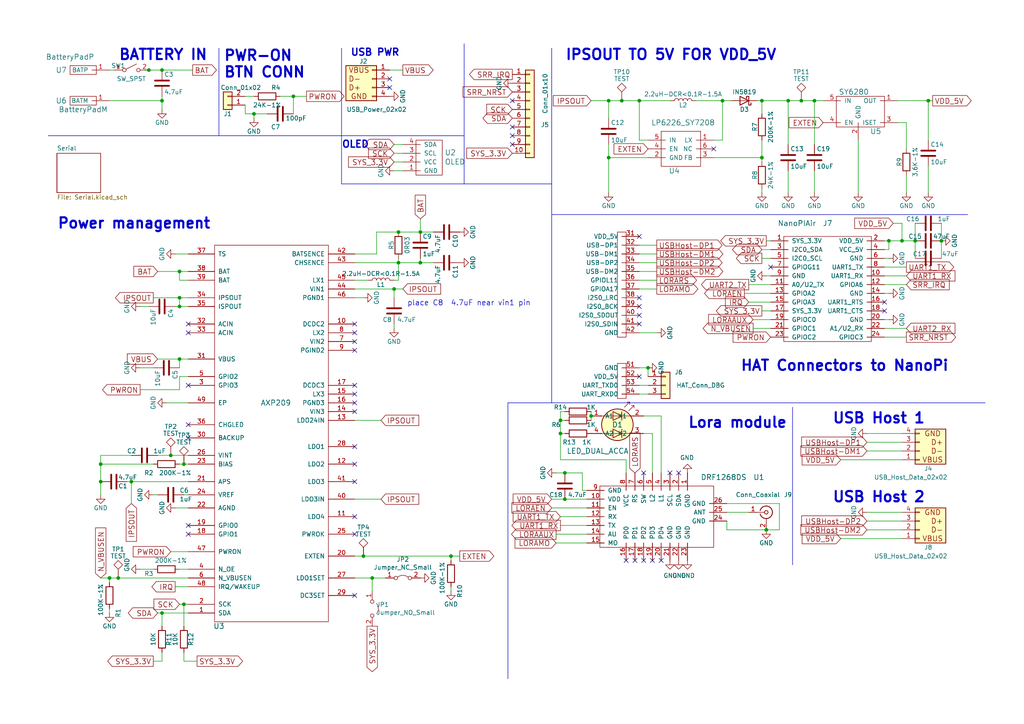
<source format=kicad_sch>
(kicad_sch (version 20230121) (generator eeschema)
  (paper "A4")
  (title_block (title "WiRoc NanoPI Hat") (date "2018-03-31") (rev "1") (company "Henrik Larsson"))
  (junction (at 163.83 137.16))
  (junction (at 85.09 27.94))
  (junction (at 180.34 29.21))
  (junction (at 162.56 121.92))
  (junction (at 52.07 86.36))
  (junction (at 209.55 29.21))
  (junction (at 46.99 177.8))
  (junction (at 52.07 78.74))
  (junction (at 176.53 29.21))
  (junction (at 222.25 153.67))
  (junction (at 29.21 134.62))
  (junction (at 52.07 104.14))
  (junction (at 269.24 29.21))
  (junction (at 105.41 161.29))
  (junction (at 228.6 29.21))
  (junction (at 38.1 139.7))
  (junction (at 115.57 67.31))
  (junction (at 46.99 29.21))
  (junction (at 220.98 29.21))
  (junction (at 73.66 33.02))
  (junction (at 185.42 29.21))
  (junction (at 107.95 167.64))
  (junction (at 121.92 67.31))
  (junction (at 53.34 175.26))
  (junction (at 236.22 29.21))
  (junction (at 187.96 106.68))
  (junction (at 31.75 167.64))
  (junction (at 46.99 20.32))
  (junction (at 220.98 45.72))
  (junction (at 232.41 29.21))
  (junction (at 273.05 69.85))
  (junction (at 162.56 125.73))
  (junction (at 34.29 167.64))
  (junction (at 121.92 76.2))
  (junction (at 29.21 139.7))
  (junction (at 163.83 144.78))
  (junction (at 52.07 88.9))
  (junction (at 43.18 20.32))
  (junction (at 171.45 120.65))
  (junction (at 261.62 69.85))
  (junction (at 49.53 132.08))
  (junction (at 114.3 83.82))
  (junction (at 130.81 161.29))
  (junction (at 115.57 76.2))
  (junction (at 176.53 45.72))
  (junction (at 53.34 134.62))
  (junction (at 257.81 69.85))
  (junction (at 265.43 69.85))
  (no_connect (at 102.87 116.84))
  (no_connect (at 102.87 119.38))
  (no_connect (at 113.03 25.4))
  (no_connect (at 256.54 90.17))
  (no_connect (at 54.61 154.94))
  (no_connect (at 102.87 114.3))
  (no_connect (at 186.69 162.56))
  (no_connect (at 102.87 172.72))
  (no_connect (at 54.61 127))
  (no_connect (at 191.77 162.56))
  (no_connect (at 181.61 162.56))
  (no_connect (at 148.59 36.83))
  (no_connect (at 102.87 134.62))
  (no_connect (at 54.61 123.19))
  (no_connect (at 54.61 96.52))
  (no_connect (at 148.59 29.21))
  (no_connect (at 54.61 152.4))
  (no_connect (at 102.87 93.98))
  (no_connect (at 148.59 41.91))
  (no_connect (at 102.87 111.76))
  (no_connect (at 185.42 88.9))
  (no_connect (at 54.61 111.76))
  (no_connect (at 196.85 137.16))
  (no_connect (at 54.61 93.98))
  (no_connect (at 102.87 149.86))
  (no_connect (at 102.87 101.6))
  (no_connect (at 102.87 96.52))
  (no_connect (at 185.42 86.36))
  (no_connect (at 102.87 99.06))
  (no_connect (at 207.01 43.18))
  (no_connect (at 113.03 22.86))
  (no_connect (at 185.42 93.98))
  (no_connect (at 186.69 137.16))
  (no_connect (at 185.42 109.22))
  (no_connect (at 184.15 162.56))
  (no_connect (at 185.42 68.58))
  (no_connect (at 189.23 162.56))
  (no_connect (at 256.54 87.63))
  (no_connect (at 102.87 129.54))
  (no_connect (at 148.59 39.37))
  (no_connect (at 102.87 154.94))
  (no_connect (at 102.87 139.7))
  (no_connect (at 185.42 91.44))
  (no_connect (at 223.52 77.47))
  (no_connect (at 194.31 137.16))
  (wire (pts (xy 185.42 83.82) (xy 190.5 83.82)))
  (wire (pts (xy 107.95 167.64) (xy 107.95 171.45)))
  (wire (pts (xy 168.91 137.16) (xy 163.83 137.16)))
  (wire (pts (xy 29.21 139.7) (xy 29.21 143.51)))
  (wire (pts (xy 52.07 175.26) (xy 53.34 175.26)))
  (wire (pts (xy 228.6 49.53) (xy 228.6 55.88)))
  (wire (pts (xy 115.57 67.31) (xy 121.92 67.31)))
  (wire (pts (xy 191.77 120.65) (xy 186.69 120.65)))
  (wire (pts (xy 36.83 139.7) (xy 38.1 139.7)))
  (wire (pts (xy 115.57 76.2) (xy 115.57 81.28)))
  (wire (pts (xy 185.42 40.64) (xy 185.42 29.21)))
  (wire (pts (xy 53.34 191.77) (xy 57.15 191.77)))
  (polyline (pts (xy 147.32 196.85) (xy 147.32 116.84)))
  (wire (pts (xy 210.82 153.67) (xy 210.82 151.13)))
  (wire (pts (xy 102.87 167.64) (xy 107.95 167.64)))
  (wire (pts (xy 54.61 81.28) (xy 52.07 81.28)))
  (wire (pts (xy 269.24 40.64) (xy 269.24 29.21)))
  (wire (pts (xy 201.93 29.21) (xy 209.55 29.21)))
  (wire (pts (xy 46.99 181.61) (xy 46.99 177.8)))
  (wire (pts (xy 220.98 29.21) (xy 228.6 29.21)))
  (wire (pts (xy 41.91 20.32) (xy 43.18 20.32)))
  (wire (pts (xy 121.92 76.2) (xy 121.92 74.93)))
  (wire (pts (xy 257.81 69.85) (xy 261.62 69.85)))
  (wire (pts (xy 50.8 147.32) (xy 54.61 147.32)))
  (wire (pts (xy 121.92 76.2) (xy 125.73 76.2)))
  (wire (pts (xy 223.52 74.93) (xy 220.98 74.93)))
  (wire (pts (xy 265.43 74.93) (xy 265.43 69.85)))
  (wire (pts (xy 171.45 119.38) (xy 171.45 120.65)))
  (wire (pts (xy 256.54 92.71) (xy 257.81 92.71)))
  (wire (pts (xy 46.99 27.94) (xy 46.99 29.21)))
  (wire (pts (xy 187.96 45.72) (xy 176.53 45.72)))
  (wire (pts (xy 256.54 77.47) (xy 262.89 77.47)))
  (wire (pts (xy 54.61 170.18) (xy 50.8 170.18)))
  (wire (pts (xy 162.56 149.86) (xy 170.18 149.86)))
  (wire (pts (xy 130.81 161.29) (xy 133.35 161.29)))
  (wire (pts (xy 220.98 72.39) (xy 223.52 72.39)))
  (wire (pts (xy 256.54 82.55) (xy 262.89 82.55)))
  (polyline (pts (xy 147.32 116.84) (xy 285.75 116.84)))
  (wire (pts (xy 38.1 132.08) (xy 29.21 132.08)))
  (wire (pts (xy 259.08 64.77) (xy 261.62 64.77)))
  (wire (pts (xy 54.61 143.51) (xy 53.34 143.51)))
  (wire (pts (xy 114.3 46.99) (xy 116.84 46.99)))
  (wire (pts (xy 105.41 86.36) (xy 102.87 86.36)))
  (wire (pts (xy 176.53 29.21) (xy 180.34 29.21)))
  (wire (pts (xy 251.46 153.67) (xy 261.62 153.67)))
  (wire (pts (xy 223.52 87.63) (xy 217.17 87.63)))
  (wire (pts (xy 261.62 133.35) (xy 243.84 133.35)))
  (wire (pts (xy 54.61 132.08) (xy 49.53 132.08)))
  (wire (pts (xy 185.42 114.3) (xy 187.96 114.3)))
  (polyline (pts (xy 63.5 39.37) (xy 63.5 13.97)))
  (wire (pts (xy 256.54 69.85) (xy 257.81 69.85)))
  (wire (pts (xy 54.61 160.02) (xy 49.53 160.02)))
  (wire (pts (xy 248.92 40.64) (xy 248.92 55.88)))
  (wire (pts (xy 170.18 157.48) (xy 161.29 157.48)))
  (polyline (pts (xy 160.02 13.97) (xy 160.02 116.84)))
  (wire (pts (xy 130.81 170.18) (xy 130.81 171.45)))
  (wire (pts (xy 257.81 85.09) (xy 256.54 85.09)))
  (wire (pts (xy 162.56 125.73) (xy 162.56 133.35)))
  (wire (pts (xy 114.3 41.91) (xy 116.84 41.91)))
  (polyline (pts (xy 160.02 62.23) (xy 280.67 62.23)))
  (wire (pts (xy 38.1 146.05) (xy 38.1 139.7)))
  (polyline (pts (xy 229.87 118.11) (xy 229.87 163.83)))
  (wire (pts (xy 52.07 81.28) (xy 52.07 78.74)))
  (wire (pts (xy 163.83 125.73) (xy 162.56 125.73)))
  (wire (pts (xy 170.18 142.24) (xy 168.91 142.24)))
  (wire (pts (xy 220.98 45.72) (xy 220.98 46.99)))
  (wire (pts (xy 190.5 73.66) (xy 185.42 73.66)))
  (wire (pts (xy 262.89 50.8) (xy 262.89 55.88)))
  (wire (pts (xy 54.61 165.1) (xy 52.07 165.1)))
  (wire (pts (xy 190.5 78.74) (xy 185.42 78.74)))
  (wire (pts (xy 228.6 29.21) (xy 228.6 41.91)))
  (wire (pts (xy 256.54 72.39) (xy 257.81 72.39)))
  (wire (pts (xy 176.53 45.72) (xy 176.53 55.88)))
  (wire (pts (xy 115.57 81.28) (xy 114.3 81.28)))
  (wire (pts (xy 189.23 137.16) (xy 189.23 125.73)))
  (wire (pts (xy 73.66 33.02) (xy 73.66 34.29)))
  (wire (pts (xy 273.05 64.77) (xy 273.05 69.85)))
  (wire (pts (xy 219.71 29.21) (xy 220.98 29.21)))
  (wire (pts (xy 130.81 162.56) (xy 130.81 161.29)))
  (wire (pts (xy 215.9 85.09) (xy 223.52 85.09)))
  (wire (pts (xy 257.81 72.39) (xy 257.81 69.85)))
  (wire (pts (xy 191.77 137.16) (xy 191.77 120.65)))
  (wire (pts (xy 181.61 133.35) (xy 181.61 137.16)))
  (wire (pts (xy 273.05 74.93) (xy 273.05 69.85)))
  (wire (pts (xy 185.42 81.28) (xy 190.5 81.28)))
  (polyline (pts (xy 13.97 39.37) (xy 134.62 39.37)))
  (polyline (pts (xy 99.06 13.97) (xy 99.06 53.34)))
  (wire (pts (xy 121.92 67.31) (xy 125.73 67.31)))
  (wire (pts (xy 232.41 29.21) (xy 236.22 29.21)))
  (wire (pts (xy 269.24 29.21) (xy 270.51 29.21)))
  (wire (pts (xy 40.64 165.1) (xy 44.45 165.1)))
  (wire (pts (xy 102.87 161.29) (xy 105.41 161.29)))
  (wire (pts (xy 109.22 67.31) (xy 115.57 67.31)))
  (wire (pts (xy 222.25 153.67) (xy 226.06 153.67)))
  (wire (pts (xy 44.45 143.51) (xy 45.72 143.51)))
  (wire (pts (xy 52.07 104.14) (xy 54.61 104.14)))
  (wire (pts (xy 53.34 189.23) (xy 53.34 191.77)))
  (wire (pts (xy 160.02 144.78) (xy 163.83 144.78)))
  (wire (pts (xy 46.99 29.21) (xy 46.99 31.75)))
  (wire (pts (xy 236.22 29.21) (xy 236.22 41.91)))
  (wire (pts (xy 46.99 177.8) (xy 45.72 177.8)))
  (wire (pts (xy 52.07 78.74) (xy 54.61 78.74)))
  (polyline (pts (xy 99.06 53.34) (xy 160.02 53.34)))
  (wire (pts (xy 31.75 168.91) (xy 31.75 167.64)))
  (wire (pts (xy 40.64 88.9) (xy 43.18 88.9)))
  (wire (pts (xy 73.66 33.02) (xy 77.47 33.02)))
  (wire (pts (xy 40.64 113.03) (xy 52.07 113.03)))
  (wire (pts (xy 226.06 146.05) (xy 226.06 153.67)))
  (wire (pts (xy 102.87 73.66) (xy 109.22 73.66)))
  (wire (pts (xy 38.1 139.7) (xy 54.61 139.7)))
  (wire (pts (xy 220.98 40.64) (xy 220.98 45.72)))
  (wire (pts (xy 102.87 76.2) (xy 115.57 76.2)))
  (wire (pts (xy 163.83 144.78) (xy 170.18 144.78)))
  (wire (pts (xy 49.53 132.08) (xy 45.72 132.08)))
  (wire (pts (xy 185.42 76.2) (xy 190.5 76.2)))
  (wire (pts (xy 52.07 86.36) (xy 54.61 86.36)))
  (wire (pts (xy 207.01 40.64) (xy 209.55 40.64)))
  (wire (pts (xy 162.56 133.35) (xy 181.61 133.35)))
  (wire (pts (xy 210.82 153.67) (xy 222.25 153.67)))
  (wire (pts (xy 217.17 82.55) (xy 223.52 82.55)))
  (wire (pts (xy 261.62 64.77) (xy 261.62 69.85)))
  (wire (pts (xy 31.75 29.21) (xy 46.99 29.21)))
  (wire (pts (xy 256.54 74.93) (xy 257.81 74.93)))
  (wire (pts (xy 114.3 44.45) (xy 116.84 44.45)))
  (wire (pts (xy 31.75 20.32) (xy 33.02 20.32)))
  (wire (pts (xy 29.21 167.64) (xy 31.75 167.64)))
  (wire (pts (xy 45.72 78.74) (xy 52.07 78.74)))
  (wire (pts (xy 44.45 134.62) (xy 29.21 134.62)))
  (wire (pts (xy 262.89 35.56) (xy 260.35 35.56)))
  (wire (pts (xy 269.24 55.88) (xy 269.24 48.26)))
  (polyline (pts (xy 134.62 12.7) (xy 134.62 53.34)))
  (wire (pts (xy 52.07 88.9) (xy 52.07 86.36)))
  (wire (pts (xy 53.34 175.26) (xy 53.34 181.61)))
  (wire (pts (xy 71.12 27.94) (xy 73.66 27.94)))
  (wire (pts (xy 210.82 146.05) (xy 226.06 146.05)))
  (wire (pts (xy 262.89 95.25) (xy 256.54 95.25)))
  (wire (pts (xy 265.43 64.77) (xy 265.43 69.85)))
  (wire (pts (xy 260.35 29.21) (xy 269.24 29.21)))
  (wire (pts (xy 176.53 41.91) (xy 176.53 45.72)))
  (wire (pts (xy 102.87 121.92) (xy 110.49 121.92)))
  (wire (pts (xy 34.29 167.64) (xy 54.61 167.64)))
  (wire (pts (xy 180.34 29.21) (xy 185.42 29.21)))
  (wire (pts (xy 218.44 95.25) (xy 223.52 95.25)))
  (wire (pts (xy 52.07 113.03) (xy 52.07 109.22)))
  (wire (pts (xy 162.56 152.4) (xy 170.18 152.4)))
  (wire (pts (xy 52.07 109.22) (xy 54.61 109.22)))
  (wire (pts (xy 163.83 121.92) (xy 162.56 121.92)))
  (wire (pts (xy 46.99 191.77) (xy 44.45 191.77)))
  (wire (pts (xy 210.82 148.59) (xy 217.17 148.59)))
  (wire (pts (xy 29.21 132.08) (xy 29.21 134.62)))
  (wire (pts (xy 162.56 119.38) (xy 162.56 121.92)))
  (wire (pts (xy 209.55 29.21) (xy 212.09 29.21)))
  (wire (pts (xy 185.42 29.21) (xy 194.31 29.21)))
  (wire (pts (xy 256.54 97.79) (xy 262.89 97.79)))
  (wire (pts (xy 102.87 81.28) (xy 106.68 81.28)))
  (wire (pts (xy 114.3 86.36) (xy 114.3 83.82)))
  (wire (pts (xy 114.3 83.82) (xy 116.84 83.82)))
  (wire (pts (xy 251.46 125.73) (xy 261.62 125.73)))
  (wire (pts (xy 85.09 33.02) (xy 85.09 27.94)))
  (wire (pts (xy 223.52 69.85) (xy 222.25 69.85)))
  (wire (pts (xy 261.62 128.27) (xy 251.46 128.27)))
  (wire (pts (xy 45.72 104.14) (xy 52.07 104.14)))
  (wire (pts (xy 102.87 83.82) (xy 114.3 83.82)))
  (wire (pts (xy 71.12 33.02) (xy 71.12 30.48)))
  (wire (pts (xy 236.22 55.88) (xy 236.22 49.53)))
  (wire (pts (xy 50.8 88.9) (xy 52.07 88.9)))
  (wire (pts (xy 187.96 109.22) (xy 187.96 106.68)))
  (wire (pts (xy 161.29 137.16) (xy 163.83 137.16)))
  (wire (pts (xy 207.01 45.72) (xy 220.98 45.72)))
  (wire (pts (xy 223.52 80.01) (xy 222.25 80.01)))
  (wire (pts (xy 40.64 106.68) (xy 44.45 106.68)))
  (wire (pts (xy 220.98 33.02) (xy 220.98 29.21)))
  (wire (pts (xy 54.61 116.84) (xy 48.26 116.84)))
  (wire (pts (xy 53.34 175.26) (xy 54.61 175.26)))
  (wire (pts (xy 114.3 49.53) (xy 116.84 49.53)))
  (wire (pts (xy 236.22 29.21) (xy 238.76 29.21)))
  (wire (pts (xy 53.34 134.62) (xy 54.61 134.62)))
  (wire (pts (xy 171.45 121.92) (xy 171.45 120.65)))
  (wire (pts (xy 170.18 154.94) (xy 161.29 154.94)))
  (wire (pts (xy 115.57 76.2) (xy 121.92 76.2)))
  (wire (pts (xy 102.87 144.78) (xy 110.49 144.78)))
  (wire (pts (xy 256.54 80.01) (xy 262.89 80.01)))
  (wire (pts (xy 220.98 90.17) (xy 223.52 90.17)))
  (wire (pts (xy 115.57 74.93) (xy 115.57 76.2)))
  (wire (pts (xy 85.09 27.94) (xy 88.9 27.94)))
  (wire (pts (xy 52.07 134.62) (xy 53.34 134.62)))
  (wire (pts (xy 209.55 40.64) (xy 209.55 29.21)))
  (wire (pts (xy 163.83 119.38) (xy 162.56 119.38)))
  (wire (pts (xy 46.99 189.23) (xy 46.99 191.77)))
  (wire (pts (xy 185.42 111.76) (xy 187.96 111.76)))
  (wire (pts (xy 52.07 88.9) (xy 54.61 88.9)))
  (wire (pts (xy 44.45 86.36) (xy 52.07 86.36)))
  (wire (pts (xy 262.89 43.18) (xy 262.89 35.56)))
  (wire (pts (xy 107.95 167.64) (xy 111.76 167.64)))
  (wire (pts (xy 251.46 148.59) (xy 261.62 148.59)))
  (wire (pts (xy 261.62 69.85) (xy 265.43 69.85)))
  (wire (pts (xy 31.75 167.64) (xy 34.29 167.64)))
  (wire (pts (xy 261.62 151.13) (xy 251.46 151.13)))
  (wire (pts (xy 171.45 29.21) (xy 176.53 29.21)))
  (wire (pts (xy 220.98 54.61) (xy 220.98 55.88)))
  (wire (pts (xy 121.92 67.31) (xy 121.92 63.5)))
  (wire (pts (xy 168.91 142.24) (xy 168.91 137.16)))
  (wire (pts (xy 71.12 33.02) (xy 73.66 33.02)))
  (wire (pts (xy 187.96 40.64) (xy 185.42 40.64)))
  (wire (pts (xy 189.23 125.73) (xy 186.69 125.73)))
  (wire (pts (xy 162.56 121.92) (xy 162.56 125.73)))
  (wire (pts (xy 261.62 156.21) (xy 243.84 156.21)))
  (wire (pts (xy 43.18 20.32) (xy 46.99 20.32)))
  (wire (pts (xy 160.02 147.32) (xy 170.18 147.32)))
  (wire (pts (xy 228.6 29.21) (xy 232.41 29.21)))
  (wire (pts (xy 52.07 106.68) (xy 52.07 104.14)))
  (wire (pts (xy 251.46 130.81) (xy 261.62 130.81)))
  (wire (pts (xy 81.28 27.94) (xy 85.09 27.94)))
  (wire (pts (xy 54.61 73.66) (xy 50.8 73.66)))
  (wire (pts (xy 105.41 161.29) (xy 130.81 161.29)))
  (wire (pts (xy 176.53 34.29) (xy 176.53 29.21)))
  (wire (pts (xy 113.03 20.32) (xy 116.84 20.32)))
  (wire (pts (xy 46.99 20.32) (xy 55.88 20.32)))
  (wire (pts (xy 29.21 134.62) (xy 29.21 139.7)))
  (wire (pts (xy 31.75 177.8) (xy 31.75 176.53)))
  (wire (pts (xy 114.3 95.25) (xy 114.3 93.98)))
  (wire (pts (xy 109.22 73.66) (xy 109.22 67.31)))
  (wire (pts (xy 187.96 106.68) (xy 185.42 106.68)))
  (wire (pts (xy 185.42 96.52) (xy 190.5 96.52)))
  (wire (pts (xy 54.61 177.8) (xy 46.99 177.8)))
  (wire (pts (xy 218.44 92.71) (xy 223.52 92.71)))
  (wire (pts (xy 185.42 71.12) (xy 190.5 71.12)))
  (text "place C8  4.7uF near vin1 pin" (at 118.11 88.9 0) (effects (font (size 1.524 1.524)) (justify left bottom)))
  (text "USB PWR" (at 101.6 16.51 0) (effects (font (size 2.0066 2.0066) (thickness 0.4013) bold) (justify left bottom)))
  (text "USB Host 2" (at 241.3 146.05 0) (effects (font (size 2.9972 2.9972) (thickness 0.5994) bold) (justify left bottom)))
  (text "Lora module" (at 199.39 124.46 0) (effects (font (size 2.9972 2.9972) (thickness 0.5994) bold) (justify left bottom)))
  (text "HAT Connectors to NanoPi" (at 214.63 107.95 0) (effects (font (size 2.9972 2.9972) (thickness 0.5994) bold) (justify left bottom)))
  (text "IPSOUT TO 5V FOR VDD_5V" (at 163.83 17.78 0) (effects (font (size 2.9972 2.9972) (thickness 0.5994) bold) (justify left bottom)))
  (text "PWR-ON\nBTN CONN" (at 64.77 22.86 0) (effects (font (size 2.9972 2.9972) (thickness 0.5994) bold) (justify left bottom)))
  (text "Power management" (at 16.51 66.675 0) (effects (font (size 2.9972 2.9972) (thickness 0.5994) bold) (justify left bottom)))
  (text "OLED" (at 99.06 43.18 0) (effects (font (size 2.0066 2.0066) (thickness 0.4013) bold) (justify left bottom)))
  (text "USB Host 1" (at 241.3 123.19 0) (effects (font (size 2.9972 2.9972) (thickness 0.5994) bold) (justify left bottom)))
  (text "BATTERY IN" (at 34.29 17.78 0) (effects (font (size 2.9972 2.9972) (thickness 0.5994) bold) (justify left bottom)))
  (global_label "IPSOUT" (shape input) (at 116.84 83.82 0) (effects (font (size 1.524 1.524))) (property "Intersheetrefs" "${INTERSHEET_REFS}" (effects hide)))
  (global_label "SYS_3.3V" (shape output) (at 220.98 90.17 180) (effects (font (size 1.524 1.524))) (property "Intersheetrefs" "${INTERSHEET_REFS}" (effects hide)))
  (global_label "VDD_5V" (shape input) (at 160.02 144.78 180) (effects (font (size 1.524 1.524))) (property "Intersheetrefs" "${INTERSHEET_REFS}" (effects hide)))
  (global_label "SRR_NRST" (shape input) (at 148.59 26.67 180) (effects (font (size 1.524 1.524))) (property "Intersheetrefs" "${INTERSHEET_REFS}" (effects hide)))
  (global_label "PWRON" (shape input) (at 49.53 160.02 180) (effects (font (size 1.524 1.524))) (property "Intersheetrefs" "${INTERSHEET_REFS}" (effects hide)))
  (global_label "LORARS" (shape input) (at 184.15 137.16 90) (effects (font (size 1.524 1.524))) (property "Intersheetrefs" "${INTERSHEET_REFS}" (effects hide)))
  (global_label "USBHost-DP2" (shape input) (at 251.46 151.13 180) (effects (font (size 1.524 1.524))) (property "Intersheetrefs" "${INTERSHEET_REFS}" (effects hide)))
  (global_label "IPSOUT" (shape input) (at 38.1 146.05 270) (effects (font (size 1.524 1.524))) (property "Intersheetrefs" "${INTERSHEET_REFS}" (effects hide)))
  (global_label "VDD_5V" (shape input) (at 243.84 133.35 180) (effects (font (size 1.524 1.524))) (property "Intersheetrefs" "${INTERSHEET_REFS}" (effects hide)))
  (global_label "EXTEN" (shape input) (at 187.96 43.18 180) (effects (font (size 1.524 1.524))) (property "Intersheetrefs" "${INTERSHEET_REFS}" (effects hide)))
  (global_label "LORAEN" (shape input) (at 160.02 147.32 180) (effects (font (size 1.524 1.524))) (property "Intersheetrefs" "${INTERSHEET_REFS}" (effects hide)))
  (global_label "SCK" (shape input) (at 52.07 175.26 180) (effects (font (size 1.524 1.524))) (property "Intersheetrefs" "${INTERSHEET_REFS}" (effects hide)))
  (global_label "SRR_IRQ" (shape input) (at 262.89 82.55 0) (effects (font (size 1.524 1.524))) (property "Intersheetrefs" "${INTERSHEET_REFS}" (effects hide)))
  (global_label "IPSOUT" (shape input) (at 171.45 29.21 180) (effects (font (size 1.524 1.524))) (property "Intersheetrefs" "${INTERSHEET_REFS}" (effects hide)))
  (global_label "LORAMO" (shape input) (at 161.29 157.48 180) (effects (font (size 1.524 1.524))) (property "Intersheetrefs" "${INTERSHEET_REFS}" (effects hide)))
  (global_label "VDD_5V" (shape output) (at 270.51 29.21 0) (effects (font (size 1.524 1.524))) (property "Intersheetrefs" "${INTERSHEET_REFS}" (effects hide)))
  (global_label "LORARS" (shape output) (at 190.5 81.28 0) (effects (font (size 1.524 1.524))) (property "Intersheetrefs" "${INTERSHEET_REFS}" (effects hide)))
  (global_label "SDA" (shape bidirectional) (at 114.3 41.91 180) (effects (font (size 1.524 1.524))) (property "Intersheetrefs" "${INTERSHEET_REFS}" (effects hide)))
  (global_label "SYS_3.3V" (shape input) (at 148.59 44.45 180) (effects (font (size 1.524 1.524))) (property "Intersheetrefs" "${INTERSHEET_REFS}" (effects hide)))
  (global_label "SYS_3.3V" (shape output) (at 44.45 191.77 180) (effects (font (size 1.524 1.524))) (property "Intersheetrefs" "${INTERSHEET_REFS}" (effects hide)))
  (global_label "USBHost-DM1" (shape output) (at 190.5 73.66 0) (effects (font (size 1.524 1.524))) (property "Intersheetrefs" "${INTERSHEET_REFS}" (effects hide)))
  (global_label "IRQ" (shape output) (at 50.8 170.18 180) (effects (font (size 1.524 1.524))) (property "Intersheetrefs" "${INTERSHEET_REFS}" (effects hide)))
  (global_label "BAT" (shape input) (at 121.92 63.5 90) (effects (font (size 1.524 1.524))) (property "Intersheetrefs" "${INTERSHEET_REFS}" (effects hide)))
  (global_label "IPSOUT" (shape input) (at 110.49 121.92 0) (effects (font (size 1.524 1.524))) (property "Intersheetrefs" "${INTERSHEET_REFS}" (effects hide)))
  (global_label "SYS_3.3V" (shape output) (at 57.15 191.77 0) (effects (font (size 1.524 1.524))) (property "Intersheetrefs" "${INTERSHEET_REFS}" (effects hide)))
  (global_label "USBHost-DP1" (shape input) (at 251.46 128.27 180) (effects (font (size 1.524 1.524))) (property "Intersheetrefs" "${INTERSHEET_REFS}" (effects hide)))
  (global_label "LORAEN" (shape output) (at 215.9 85.09 180) (effects (font (size 1.524 1.524))) (property "Intersheetrefs" "${INTERSHEET_REFS}" (effects hide)))
  (global_label "PWRON" (shape input) (at 223.52 97.79 180) (effects (font (size 1.524 1.524))) (property "Intersheetrefs" "${INTERSHEET_REFS}" (effects hide)))
  (global_label "USBHost-DM2" (shape output) (at 190.5 78.74 0) (effects (font (size 1.524 1.524))) (property "Intersheetrefs" "${INTERSHEET_REFS}" (effects hide)))
  (global_label "USBHost-DM2" (shape input) (at 251.46 153.67 180) (effects (font (size 1.524 1.524))) (property "Intersheetrefs" "${INTERSHEET_REFS}" (effects hide)))
  (global_label "N_VBUSEN" (shape output) (at 218.44 95.25 180) (effects (font (size 1.524 1.524))) (property "Intersheetrefs" "${INTERSHEET_REFS}" (effects hide)))
  (global_label "SYS_3.3V" (shape input) (at 114.3 46.99 180) (effects (font (size 1.524 1.524))) (property "Intersheetrefs" "${INTERSHEET_REFS}" (effects hide)))
  (global_label "VDD_5V" (shape input) (at 243.84 156.21 180) (effects (font (size 1.524 1.524))) (property "Intersheetrefs" "${INTERSHEET_REFS}" (effects hide)))
  (global_label "SYS_3.3V" (shape output) (at 107.95 181.61 270) (effects (font (size 1.524 1.524))) (property "Intersheetrefs" "${INTERSHEET_REFS}" (effects hide)))
  (global_label "UART2_RX" (shape input) (at 262.89 95.25 0) (effects (font (size 1.524 1.524))) (property "Intersheetrefs" "${INTERSHEET_REFS}" (effects hide)))
  (global_label "BAT" (shape output) (at 55.88 20.32 0) (effects (font (size 1.524 1.524))) (property "Intersheetrefs" "${INTERSHEET_REFS}" (effects hide)))
  (global_label "UART2_TX" (shape output) (at 217.17 82.55 180) (effects (font (size 1.524 1.524))) (property "Intersheetrefs" "${INTERSHEET_REFS}" (effects hide)))
  (global_label "PWRON" (shape output) (at 40.64 113.03 180) (effects (font (size 1.524 1.524))) (property "Intersheetrefs" "${INTERSHEET_REFS}" (effects hide)))
  (global_label "LORAAUX" (shape input) (at 218.44 92.71 180) (effects (font (size 1.524 1.524))) (property "Intersheetrefs" "${INTERSHEET_REFS}" (effects hide)))
  (global_label "VBUS" (shape output) (at 116.84 20.32 0) (effects (font (size 1.524 1.524))) (property "Intersheetrefs" "${INTERSHEET_REFS}" (effects hide)))
  (global_label "IPSOUT" (shape output) (at 44.45 86.36 180) (effects (font (size 1.524 1.524))) (property "Intersheetrefs" "${INTERSHEET_REFS}" (effects hide)))
  (global_label "SCK" (shape input) (at 114.3 44.45 180) (effects (font (size 1.524 1.524))) (property "Intersheetrefs" "${INTERSHEET_REFS}" (effects hide)))
  (global_label "LORAMO" (shape output) (at 190.5 83.82 0) (effects (font (size 1.524 1.524))) (property "Intersheetrefs" "${INTERSHEET_REFS}" (effects hide)))
  (global_label "PWRON" (shape output) (at 88.9 27.94 0) (effects (font (size 1.524 1.524))) (property "Intersheetrefs" "${INTERSHEET_REFS}" (effects hide)))
  (global_label "SRR_NRST" (shape output) (at 262.89 97.79 0) (effects (font (size 1.524 1.524))) (property "Intersheetrefs" "${INTERSHEET_REFS}" (effects hide)))
  (global_label "IRQ" (shape input) (at 217.17 87.63 180) (effects (font (size 1.524 1.524))) (property "Intersheetrefs" "${INTERSHEET_REFS}" (effects hide)))
  (global_label "UART1_RX" (shape output) (at 162.56 152.4 180) (effects (font (size 1.524 1.524))) (property "Intersheetrefs" "${INTERSHEET_REFS}" (effects hide)))
  (global_label "UART1_TX" (shape input) (at 162.56 149.86 180) (effects (font (size 1.524 1.524))) (property "Intersheetrefs" "${INTERSHEET_REFS}" (effects hide)))
  (global_label "VDD_5V" (shape input) (at 259.08 64.77 180) (effects (font (size 1.524 1.524))) (property "Intersheetrefs" "${INTERSHEET_REFS}" (effects hide)))
  (global_label "USBHost-DP2" (shape output) (at 190.5 76.2 0) (effects (font (size 1.524 1.524))) (property "Intersheetrefs" "${INTERSHEET_REFS}" (effects hide)))
  (global_label "LORAAUX" (shape output) (at 161.29 154.94 180) (effects (font (size 1.524 1.524))) (property "Intersheetrefs" "${INTERSHEET_REFS}" (effects hide)))
  (global_label "SCK" (shape output) (at 220.98 74.93 180) (effects (font (size 1.524 1.524))) (property "Intersheetrefs" "${INTERSHEET_REFS}" (effects hide)))
  (global_label "UART1_TX" (shape output) (at 262.89 77.47 0) (effects (font (size 1.524 1.524))) (property "Intersheetrefs" "${INTERSHEET_REFS}" (effects hide)))
  (global_label "SDA" (shape bidirectional) (at 45.72 177.8 180) (effects (font (size 1.524 1.524))) (property "Intersheetrefs" "${INTERSHEET_REFS}" (effects hide)))
  (global_label "EXTEN" (shape output) (at 133.35 161.29 0) (effects (font (size 1.524 1.524))) (property "Intersheetrefs" "${INTERSHEET_REFS}" (effects hide)))
  (global_label "SRR_IRQ" (shape output) (at 148.59 21.59 180) (effects (font (size 1.524 1.524))) (property "Intersheetrefs" "${INTERSHEET_REFS}" (effects hide)))
  (global_label "VBUS" (shape input) (at 45.72 104.14 180) (effects (font (size 1.524 1.524))) (property "Intersheetrefs" "${INTERSHEET_REFS}" (effects hide)))
  (global_label "SCK" (shape input) (at 148.59 31.75 180) (effects (font (size 1.524 1.524))) (property "Intersheetrefs" "${INTERSHEET_REFS}" (effects hide)))
  (global_label "UART1_RX" (shape input) (at 262.89 80.01 0) (effects (font (size 1.524 1.524))) (property "Intersheetrefs" "${INTERSHEET_REFS}" (effects hide)))
  (global_label "USBHost-DP1" (shape output) (at 190.5 71.12 0) (effects (font (size 1.524 1.524))) (property "Intersheetrefs" "${INTERSHEET_REFS}" (effects hide)))
  (global_label "IPSOUT" (shape input) (at 110.49 144.78 0) (effects (font (size 1.524 1.524))) (property "Intersheetrefs" "${INTERSHEET_REFS}" (effects hide)))
  (global_label "BAT" (shape input) (at 45.72 78.74 180) (effects (font (size 1.524 1.524))) (property "Intersheetrefs" "${INTERSHEET_REFS}" (effects hide)))
  (global_label "USBHost-DM1" (shape input) (at 251.46 130.81 180) (effects (font (size 1.524 1.524))) (property "Intersheetrefs" "${INTERSHEET_REFS}" (effects hide)))
  (global_label "EXTEN" (shape input) (at 238.76 35.56 180) (effects (font (size 1.524 1.524))) (property "Intersheetrefs" "${INTERSHEET_REFS}" (effects hide)))
  (global_label "SDA" (shape bidirectional) (at 148.59 34.29 180) (effects (font (size 1.524 1.524))) (property "Intersheetrefs" "${INTERSHEET_REFS}" (effects hide)))
  (global_label "SDA" (shape bidirectional) (at 220.98 72.39 180) (effects (font (size 1.524 1.524))) (property "Intersheetrefs" "${INTERSHEET_REFS}" (effects hide)))
  (global_label "N_VBUSEN" (shape input) (at 29.21 167.64 90) (effects (font (size 1.524 1.524))) (property "Intersheetrefs" "${INTERSHEET_REFS}" (effects hide)))
  (global_label "SYS_3.3V" (shape output) (at 222.25 69.85 180) (effects (font (size 1.524 1.524))) (property "Intersheetrefs" "${INTERSHEET_REFS}" (effects hide)))
  (symbol (lib_id "WiRoc:axp209") (at 80.01 121.92 0) (unit 1)
    (property "Reference" "U3" (at 63.5 181.61 0) (effects (font (size 1.524 1.524))))
    (property "Value" "AXP209" (at 80.01 116.84 0) (effects (font (size 1.524 1.524))))
    (property "Footprint" "WiRoc:qfn48_6x6mm_Pitch0.4mm" (effects hide))
    (property "Datasheet" "http://dl.linux-sunxi.org/AXP/AXP209_Datasheet_v1.0en.pdf" (effects hide))
    (property "Package" "6mm x 6mm 48-pin QFN" (effects hide))
    (property "ManufacturerPartNumber" "AXP209" (effects hide))
    (property "Description" "Enhanced single Cell Li-Battery and Power System Management IC" (effects hide))
    (property "Manufacturer" "X-Powers Limited" (effects hide))
    (property "Original" "Yes" (effects hide))
    (property "IncludeInBOM" "TRUE" (effects hide))
    (property "WebsiteURL" "https://lcsc.com/product-detail/PMIC-AC-DC-Converters_AXP209_C80525.html" (effects hide))
    (property "ThroughHole" "FALSE" (effects hide))
    (property "LCSC Part #" "C2997895" (effects hide))
  )
  (symbol (lib_id "WiRoc:LP6226_SY7208") (at 198.12 43.18 0) (unit 1)
    (property "Reference" "U4" (at 195.58 49.53 0) (effects (font (size 1.524 1.524))))
    (property "Value" "LP6226_SY7208" (at 198.12 35.56 0) (effects (font (size 1.524 1.524))))
    (property "Footprint" "Package_TO_SOT_SMD:SOT-23-6" (effects hide))
    (property "Datasheet" "https://datasheet.lcsc.com/szlcsc/1810010234_Silergy-Corp-SY7208ABC_C80514.pdf" (effects hide))
    (property "Package" "SOT23-6" (effects hide))
    (property "ManufacturerPartNumber" "SY7208ABC" (effects hide))
    (property "Description" "High Efficiency Boost DC/DC Convertor" (effects hide))
    (property "Manufacturer" "Silergy Corp" (effects hide))
    (property "Original" "Yes" (effects hide))
    (property "WebsiteURL2" "https://lcsc.com/product-detail/DC-DC-Converters_Silergy_SY7208ABC_SY7208ABC_C80514.html" (effects hide))
    (property "IncludeInBOM" "TRUE" (effects hide))
    (property "ThroughHole" "FALSE" (effects hide))
    (property "LCSC Part #" "C80514" (effects hide))
    (property "JLCPCB Rotation Offset" "180" (effects hide))
  )
  (symbol (lib_id "Device:R") (at 220.98 36.83 180) (unit 1)
    (property "Reference" "R7" (at 218.948 36.83 90))
    (property "Value" "200K-1%" (at 223.52 36.83 90))
    (property "Footprint" "Resistor_SMD:R_0603_1608Metric" (effects hide))
    (property "Package" "0603" (effects hide))
    (property "ManufacturerPartNumber" "0603WAF2003T5E" (effects hide))
    (property "Original" "No" (effects hide))
    (property "Manufacturer" "Uniroyal Elec" (effects hide))
    (property "WebsiteURL" "https://lcsc.com/product-detail/Chip-Resistor-Surface-Mount-UniOhm_Uniroyal-Elec-0603WAF2003T5E_C25811.html" (effects hide))
    (property "IncludeInBOM" "TRUE" (effects hide))
    (property "ThroughHole" "FALSE" (effects hide))
    (property "LCSC Part #" "C25811" (effects hide))
  )
  (symbol (lib_id "Device:C") (at 228.6 45.72 0) (unit 1)
    (property "Reference" "C13" (at 229.235 43.18 0) (effects (justify left)))
    (property "Value" "10uF" (at 229.235 48.26 0) (effects (justify left)))
    (property "Footprint" "Capacitor_SMD:C_0603_1608Metric" (effects hide))
    (property "Package" "0603" (effects hide))
    (property "ManufacturerPartNumber" "CL10A106KP8NNNC" (effects hide))
    (property "Original" "No" (effects hide))
    (property "Manufacturer" "Samsung Electro-Mechanics" (effects hide))
    (property "WebsiteURL" "https://lcsc.com/product-detail/Multilayer-Ceramic-Capacitors-MLCC-SMD-SMT_SAMSUNG_CL10A106KP8NNNC_10uF-106-10-10V_C19702.html" (effects hide))
    (property "IncludeInBOM" "TRUE" (effects hide))
    (property "ThroughHole" "FALSE" (effects hide))
    (property "LCSC Part #" "C19702" (effects hide))
  )
  (symbol (lib_id "Device:L") (at 198.12 29.21 90) (unit 1)
    (property "Reference" "L2" (at 198.12 30.48 90))
    (property "Value" "2.2uH-DCR<0.1R-1.5A" (at 198.12 27.305 90))
    (property "Footprint" "WiRoc:Inductor_SLW4018" (effects hide))
    (property "Package" "4018" (effects hide))
    (property "Description" "FIXED IND 2.2UH 1.7A 55 MOHM SMD" (effects hide))
    (property "ManufacturerPartNumber" "SLW4018S2R2MST" (effects hide))
    (property "WebsiteURL" "https://lcsc.com/product-detail/Power-Inductors_2-2uH-20-1-65A_C206341.html" (effects hide))
    (property "Manufacturer" "Sunltech Tech" (effects hide))
    (property "Original" "Yes" (effects hide))
    (property "IncludeInBOM" "TRUE" (effects hide))
    (property "ThroughHole" "FALSE" (effects hide))
    (property "LCSC Part #" "C206341" (effects hide))
  )
  (symbol (lib_id "Device:D_Schottky") (at 215.9 29.21 180) (unit 1)
    (property "Reference" "D3" (at 215.9 31.75 0))
    (property "Value" "IN5819" (at 215.9 26.67 0))
    (property "Footprint" "Diode_SMD:D_SOD-123" (effects hide))
    (property "Package" "SOD-123" (effects hide))
    (property "ManufacturerPartNumber" "B5819W SL" (effects hide))
    (property "Manufacturer" "Jiangsu Changjing Electronics Technology Co., Ltd." (effects hide))
    (property "Description" "0V 600mV@1A 1A SOD-123 Schottky Barrier Diodes (SBD) ROHS" (effects hide))
    (property "Original" "No" (effects hide))
    (property "IncludeInBOM" "TRUE" (effects hide))
    (property "ThroughHole" "FALSE" (effects hide))
    (property "LCSC Part #" "C8598" (effects hide))
  )
  (symbol (lib_id "power:GND") (at 176.53 55.88 0) (unit 1)
    (property "Reference" "#PWR01" (effects hide))
    (property "Value" "GND" (at 176.53 59.69 0))
  )
  (symbol (lib_id "Device:C") (at 176.53 38.1 0) (unit 1)
    (property "Reference" "C12" (at 177.165 35.56 0) (effects (justify left)))
    (property "Value" "10uF" (at 177.165 40.64 0) (effects (justify left)))
    (property "Footprint" "Capacitor_SMD:C_0603_1608Metric" (effects hide))
    (property "Package" "0603" (effects hide))
    (property "ManufacturerPartNumber" "CL10A106KP8NNNC" (effects hide))
    (property "Original" "No" (effects hide))
    (property "Manufacturer" "Samsung Electro-Mechanics" (effects hide))
    (property "WebsiteURL" "https://lcsc.com/product-detail/Multilayer-Ceramic-Capacitors-MLCC-SMD-SMT_SAMSUNG_CL10A106KP8NNNC_10uF-106-10-10V_C19702.html" (effects hide))
    (property "IncludeInBOM" "TRUE" (effects hide))
    (property "ThroughHole" "FALSE" (effects hide))
    (property "LCSC Part #" "C19702" (effects hide))
  )
  (symbol (lib_id "Device:R") (at 220.98 50.8 180) (unit 1)
    (property "Reference" "R8" (at 218.948 50.8 90))
    (property "Value" "24K-1%" (at 223.52 50.8 90))
    (property "Footprint" "Resistor_SMD:R_0603_1608Metric" (effects hide))
    (property "Package" "0603" (effects hide))
    (property "ManufacturerPartNumber" "0603WAF2402T5E" (effects hide))
    (property "Original" "No" (effects hide))
    (property "Manufacturer" "Uniroyal Elec" (effects hide))
    (property "WebsiteURL" "https://lcsc.com/product-detail/Chip-Resistor-Surface-Mount-UniOhm_Uniroyal-Elec-0603WAF2402T5E_C23352.html" (effects hide))
    (property "IncludeInBOM" "TRUE" (effects hide))
    (property "ThroughHole" "FALSE" (effects hide))
    (property "LCSC Part #" "C23352" (effects hide))
  )
  (symbol (lib_id "power:GND") (at 220.98 55.88 0) (unit 1)
    (property "Reference" "#PWR02" (effects hide))
    (property "Value" "GND" (at 220.98 59.69 0))
  )
  (symbol (lib_id "power:GND") (at 228.6 55.88 0) (unit 1)
    (property "Reference" "#PWR03" (effects hide))
    (property "Value" "GND" (at 228.6 59.69 0))
  )
  (symbol (lib_id "WiRoc:SY6280") (at 248.92 31.75 0) (unit 1)
    (property "Reference" "U5" (at 254 38.1 0) (effects (font (size 1.524 1.524))))
    (property "Value" "SY6280" (at 247.65 26.67 0) (effects (font (size 1.524 1.524))))
    (property "Footprint" "Package_TO_SOT_SMD:SOT-23-5" (effects hide))
    (property "Datasheet" "https://datasheet.lcsc.com/szlcsc/1810121532_Silergy-Corp-SY6280AAC_C55136.pdf" (effects hide))
    (property "Package" "SOT23-5" (effects hide))
    (property "ManufacturerPartNumber" "SY6280AAC" (effects hide))
    (property "Manufacturer" "Silergy Corp" (effects hide))
    (property "Original" "Yes" (effects hide))
    (property "Description" "Power Distribution Switch, 1In/1Out, Act-High Enable, 1A, Vin 2.4÷5.5V, 80mΩ" (effects hide))
    (property "IncludeInBOM" "TRUE" (effects hide))
    (property "WebsiteURL" "https://lcsc.com/product-detail/PMIC-Power-Distribution-Switches_Silergy_SY6280AAC_SY6280AAC_C55136.html" (effects hide))
    (property "ThroughHole" "FALSE" (effects hide))
    (property "LCSC Part #" "C55136" (effects hide))
    (property "JLCPCB Rotation Offset" "-90" (effects hide))
  )
  (symbol (lib_id "Device:C") (at 269.24 44.45 0) (unit 1)
    (property "Reference" "C14" (at 269.875 41.91 0) (effects (justify left)))
    (property "Value" "10uF" (at 269.875 46.99 0) (effects (justify left)))
    (property "Footprint" "Capacitor_SMD:C_0603_1608Metric" (effects hide))
    (property "Package" "0603" (effects hide))
    (property "ManufacturerPartNumber" "CL10A106KP8NNNC" (effects hide))
    (property "IncludeInBOM" "TRUE" (effects hide))
    (property "Original" "No" (effects hide))
    (property "Manufacturer" "Samsung Electro-Mechanics" (effects hide))
    (property "WebsiteURL" "https://lcsc.com/product-detail/Multilayer-Ceramic-Capacitors-MLCC-SMD-SMT_SAMSUNG_CL10A106KP8NNNC_10uF-106-10-10V_C19702.html" (effects hide))
    (property "ThroughHole" "FALSE" (effects hide))
    (property "LCSC Part #" "C19702" (effects hide))
  )
  (symbol (lib_id "power:GND") (at 269.24 55.88 0) (unit 1)
    (property "Reference" "#PWR04" (effects hide))
    (property "Value" "GND" (at 269.24 59.69 0))
  )
  (symbol (lib_id "Device:R") (at 262.89 46.99 180) (unit 1)
    (property "Reference" "R9" (at 260.858 46.99 90))
    (property "Value" "3.6K-1%" (at 265.43 46.99 90))
    (property "Footprint" "Resistor_SMD:R_0603_1608Metric" (effects hide))
    (property "Package" "0603" (effects hide))
    (property "ManufacturerPartNumber" "0603WAF3601T5E" (effects hide))
    (property "Original" "No" (effects hide))
    (property "Manufacturer" "Uniroyal Elec" (effects hide))
    (property "WebsiteURL" "https://lcsc.com/product-detail/Chip-Resistor-Surface-Mount_3-6KR-3601-1_C100993.html" (effects hide))
    (property "IncludeInBOM" "TRUE" (effects hide))
    (property "ThroughHole" "FALSE" (effects hide))
    (property "LCSC Part #" "C22980" (effects hide))
  )
  (symbol (lib_id "power:GND") (at 248.92 55.88 0) (unit 1)
    (property "Reference" "#PWR05" (effects hide))
    (property "Value" "GND" (at 248.92 59.69 0))
  )
  (symbol (lib_id "power:GND") (at 262.89 55.88 0) (unit 1)
    (property "Reference" "#PWR06" (effects hide))
    (property "Value" "GND" (at 262.89 59.69 0))
  )
  (symbol (lib_id "power:GND") (at 50.8 73.66 270) (unit 1)
    (property "Reference" "#PWR07" (effects hide))
    (property "Value" "GND" (at 46.99 73.66 0))
  )
  (symbol (lib_id "Device:C") (at 46.99 24.13 0) (unit 1)
    (property "Reference" "C3" (at 47.625 21.59 0) (effects (justify left)))
    (property "Value" "4.7uF" (at 47.625 26.67 0) (effects (justify left)))
    (property "Footprint" "Capacitor_SMD:C_0603_1608Metric" (effects hide))
    (property "Package" "0603" (effects hide))
    (property "ManufacturerPartNumber" "CL10A475KO8NNNC" (effects hide))
    (property "IncludeInBOM" "TRUE" (effects hide))
    (property "Original" "No" (effects hide))
    (property "Manufacturer" "Samsung Electro-Mechanics" (effects hide))
    (property "WebsiteURL" "https://lcsc.com/product-detail/Multilayer-Ceramic-Capacitors-MLCC-SMD-SMT_4-7uF-475-10-16V_C99226.html" (effects hide))
    (property "ThroughHole" "FALSE" (effects hide))
    (property "LCSC Part #" "C19666" (effects hide))
  )
  (symbol (lib_id "power:GND") (at 46.99 31.75 0) (unit 1)
    (property "Reference" "#PWR08" (effects hide))
    (property "Value" "GND" (at 46.99 35.56 0))
  )
  (symbol (lib_id "Device:C") (at 46.99 88.9 270) (unit 1)
    (property "Reference" "C4" (at 49.53 89.535 0) (effects (justify left)))
    (property "Value" "10uF" (at 44.45 89.535 0) (effects (justify left)))
    (property "Footprint" "Capacitor_SMD:C_0603_1608Metric" (effects hide))
    (property "Package" "0603" (effects hide))
    (property "IncludeInBOM" "TRUE" (effects hide))
    (property "ManufacturerPartNumber" "CL10A106KP8NNNC" (effects hide))
    (property "Original" "No" (effects hide))
    (property "Manufacturer" "Samsung Electro-Mechanics" (effects hide))
    (property "WebsiteURL" "https://lcsc.com/product-detail/Multilayer-Ceramic-Capacitors-MLCC-SMD-SMT_SAMSUNG_CL10A106KP8NNNC_10uF-106-10-10V_C19702.html" (effects hide))
    (property "ThroughHole" "FALSE" (effects hide))
    (property "LCSC Part #" "C19702" (effects hide))
  )
  (symbol (lib_id "power:GND") (at 40.64 88.9 270) (unit 1)
    (property "Reference" "#PWR09" (effects hide))
    (property "Value" "GND" (at 36.83 88.9 0))
  )
  (symbol (lib_id "Device:R") (at 115.57 71.12 180) (unit 1)
    (property "Reference" "R5" (at 113.538 71.12 90))
    (property "Value" "0R03" (at 118.11 71.12 90))
    (property "Footprint" "Resistor_SMD:R_0805_2012Metric" (effects hide))
    (property "Package" "0805" (effects hide))
    (property "ManufacturerPartNumber" "0805W4F300MT5E" (effects hide))
    (property "IncludeInBOM" "TRUE" (effects hide))
    (property "Original" "No" (effects hide))
    (property "Description" "RESISTOR 0805 0.03Ω 1/8W±1%" (effects hide))
    (property "WebsiteURL" "https://lcsc.com/product-detail/Chip-Resistor-Surface-Mount_0-03R-R030-1_C158159.html" (effects hide))
    (property "Manufacturer" "Uniroyal Elec" (effects hide))
    (property "ThroughHole" "FALSE" (effects hide))
    (property "LCSC Part #" "C247605" (effects hide))
  )
  (symbol (lib_id "Device:C") (at 121.92 71.12 0) (unit 1)
    (property "Reference" "C9" (at 122.555 68.58 0) (effects (justify left)))
    (property "Value" "1uF" (at 122.555 73.66 0) (effects (justify left)))
    (property "Footprint" "Capacitor_SMD:C_0603_1608Metric" (effects hide))
    (property "Package" "0603" (effects hide))
    (property "IncludeInBOM" "TRUE" (effects hide))
    (property "ManufacturerPartNumber" "CL10A105KB8NNNC" (effects hide))
    (property "Original" "No" (effects hide))
    (property "Manufacturer" "Samsung Electro-Mechanics" (effects hide))
    (property "WebsiteURL" "https://lcsc.com/product-detail/Multilayer-Ceramic-Capacitors-MLCC-SMD-SMT_1uF-105-10-50V_C157684.html" (effects hide))
    (property "ThroughHole" "FALSE" (effects hide))
    (property "LCSC Part #" "C15849" (effects hide))
  )
  (symbol (lib_id "Device:L") (at 110.49 81.28 90) (unit 1)
    (property "Reference" "L1" (at 110.49 82.55 90))
    (property "Value" "2.2uH-DCR<0.1R-1.5A" (at 110.49 79.375 90))
    (property "Footprint" "WiRoc:Inductor_SLW4018" (effects hide))
    (property "Package" "4018" (effects hide))
    (property "Description" "FIXED IND 2.2UH 1.7A 55 MOHM SMD" (effects hide))
    (property "ManufacturerPartNumber" "SLW4018S2R2MST" (effects hide))
    (property "WebsiteURL" "https://lcsc.com/product-detail/Power-Inductors_2-2uH-20-1-65A_C206341.html" (effects hide))
    (property "Manufacturer" "Sunltech Tech" (effects hide))
    (property "IncludeInBOM" "TRUE" (effects hide))
    (property "Original" "Yes" (effects hide))
    (property "ThroughHole" "FALSE" (effects hide))
    (property "LCSC Part #" "C206341" (effects hide))
  )
  (symbol (lib_id "Device:C") (at 129.54 76.2 270) (unit 1)
    (property "Reference" "C11" (at 132.08 76.835 0) (effects (justify left)))
    (property "Value" "4.7uF" (at 127 76.835 0) (effects (justify left)))
    (property "Footprint" "Capacitor_SMD:C_0603_1608Metric" (effects hide))
    (property "Package" "0603" (effects hide))
    (property "ManufacturerPartNumber" "CL10A475KO8NNNC" (effects hide))
    (property "IncludeInBOM" "TRUE" (effects hide))
    (property "Original" "No" (effects hide))
    (property "Manufacturer" "Samsung Electro-Mechanics" (effects hide))
    (property "WebsiteURL" "https://lcsc.com/product-detail/Multilayer-Ceramic-Capacitors-MLCC-SMD-SMT_4-7uF-475-10-16V_C99226.html" (effects hide))
    (property "ThroughHole" "FALSE" (effects hide))
    (property "LCSC Part #" "C19666" (effects hide))
  )
  (symbol (lib_id "Device:C") (at 129.54 67.31 270) (unit 1)
    (property "Reference" "C10" (at 132.08 67.945 0) (effects (justify left)))
    (property "Value" "4.7uF" (at 127 67.945 0) (effects (justify left)))
    (property "Footprint" "Capacitor_SMD:C_0603_1608Metric" (effects hide))
    (property "Package" "0603" (effects hide))
    (property "ManufacturerPartNumber" "CL10A475KO8NNNC" (effects hide))
    (property "IncludeInBOM" "TRUE" (effects hide))
    (property "Original" "No" (effects hide))
    (property "Manufacturer" "Samsung Electro-Mechanics" (effects hide))
    (property "WebsiteURL" "https://lcsc.com/product-detail/Multilayer-Ceramic-Capacitors-MLCC-SMD-SMT_4-7uF-475-10-16V_C99226.html" (effects hide))
    (property "ThroughHole" "FALSE" (effects hide))
    (property "LCSC Part #" "C19666" (effects hide))
  )
  (symbol (lib_id "power:GND") (at 133.35 67.31 90) (unit 1)
    (property "Reference" "#PWR010" (effects hide))
    (property "Value" "GND" (at 137.16 67.31 0))
  )
  (symbol (lib_id "power:GND") (at 133.35 76.2 90) (unit 1)
    (property "Reference" "#PWR011" (effects hide))
    (property "Value" "GND" (at 137.16 76.2 0))
  )
  (symbol (lib_id "power:GND") (at 114.3 95.25 0) (unit 1)
    (property "Reference" "#PWR012" (effects hide))
    (property "Value" "GND" (at 114.3 99.06 0))
  )
  (symbol (lib_id "power:GND") (at 105.41 86.36 90) (unit 1)
    (property "Reference" "#PWR013" (effects hide))
    (property "Value" "GND" (at 109.22 86.36 0))
  )
  (symbol (lib_id "Device:C") (at 114.3 90.17 180) (unit 1)
    (property "Reference" "C8" (at 113.665 92.71 0) (effects (justify left)))
    (property "Value" "4.7uF" (at 120.65 92.71 0) (effects (justify left)))
    (property "Footprint" "Capacitor_SMD:C_0603_1608Metric" (effects hide))
    (property "Package" "0603" (effects hide))
    (property "ManufacturerPartNumber" "CL10A475KO8NNNC" (effects hide))
    (property "IncludeInBOM" "TRUE" (effects hide))
    (property "Original" "No" (effects hide))
    (property "Manufacturer" "Samsung Electro-Mechanics" (effects hide))
    (property "WebsiteURL" "https://lcsc.com/product-detail/Multilayer-Ceramic-Capacitors-MLCC-SMD-SMT_4-7uF-475-10-16V_C99226.html" (effects hide))
    (property "ThroughHole" "FALSE" (effects hide))
    (property "LCSC Part #" "C19666" (effects hide))
  )
  (symbol (lib_id "power:GND") (at 121.92 167.64 90) (unit 1)
    (property "Reference" "#PWR014" (effects hide))
    (property "Value" "GND" (at 125.73 167.64 0))
  )
  (symbol (lib_id "Connector_Generic:Conn_01x02") (at 66.04 30.48 180) (unit 1) (in_bom no)
    (property "Reference" "J1" (at 66.04 33.02 0))
    (property "Value" "Conn_01x02" (at 69.85 25.4 0))
    (property "Footprint" "WiRoc:Pin_Header_Straight_1x02_Pitch2.54mm" (effects hide))
    (property "Package" "1x 2P-2.54" (effects hide))
    (property "Original" "No" (effects hide))
    (property "Manufacturer" "Boom Precision Elec" (effects hide))
    (property "WebsiteURL" "https://lcsc.com/product-detail/Male-Header_2-54mm-1-40P-Straight-Headers-Pins_C2337.html" (effects hide))
    (property "IncludeInBOM" "FALSE" (effects hide))
    (property "ManufacturerPartNumber" "2.54mm 1x40P" (effects hide))
    (property "ThroughHole" "TRUE" (effects hide))
    (property "Description" "Pin header for power on button" (effects hide))
  )
  (symbol (lib_id "power:GND") (at 73.66 34.29 0) (unit 1)
    (property "Reference" "#PWR015" (effects hide))
    (property "Value" "GND" (at 73.66 38.1 0))
  )
  (symbol (lib_id "Device:R") (at 77.47 27.94 90) (unit 1)
    (property "Reference" "R4" (at 80.01 25.4 90))
    (property "Value" "24K-1%" (at 77.47 30.48 90))
    (property "Footprint" "Resistor_SMD:R_0603_1608Metric" (effects hide))
    (property "Package" "0603" (effects hide))
    (property "ManufacturerPartNumber" "0603WAF2402T5E" (effects hide))
    (property "Original" "No" (effects hide))
    (property "Manufacturer" "Uniroyal Elec" (effects hide))
    (property "WebsiteURL" "https://lcsc.com/product-detail/Chip-Resistor-Surface-Mount_1KR-1001-1_C103198.html" (effects hide))
    (property "IncludeInBOM" "TRUE" (effects hide))
    (property "ThroughHole" "FALSE" (effects hide))
    (property "LCSC Part #" "C23352" (effects hide))
  )
  (symbol (lib_id "Device:C") (at 81.28 33.02 90) (unit 1)
    (property "Reference" "C7" (at 81.28 36.83 90) (effects (justify left)))
    (property "Value" "100pF" (at 88.9 34.29 90) (effects (justify left)))
    (property "Footprint" "Capacitor_SMD:C_0603_1608Metric" (effects hide))
    (property "Package" "0603" (effects hide))
    (property "IncludeInBOM" "TRUE" (effects hide))
    (property "ManufacturerPartNumber" "CL10C101JB8NNNC" (effects hide))
    (property "Original" "No" (effects hide))
    (property "Description" "100pF (101) ±5% 50V" (effects hide))
    (property "Manufacturer" "Samsung Electro-Mechanics" (effects hide))
    (property "WebsiteURL" "https://lcsc.com/product-detail/Multilayer-Ceramic-Capacitors-MLCC-SMD-SMT_100pF-101-5-50V_C1635.html" (effects hide))
    (property "ThroughHole" "FALSE" (effects hide))
    (property "LCSC Part #" "C14858" (effects hide))
  )
  (symbol (lib_id "power:GND") (at 50.8 147.32 270) (unit 1)
    (property "Reference" "#PWR016" (effects hide))
    (property "Value" "GND" (at 46.99 147.32 0))
  )
  (symbol (lib_id "power:GND") (at 113.03 27.94 90) (unit 1)
    (property "Reference" "#PWR017" (effects hide))
    (property "Value" "GND" (at 116.84 27.94 0))
  )
  (symbol (lib_id "Device:C") (at 48.26 106.68 270) (unit 1)
    (property "Reference" "C5" (at 50.8 107.315 0) (effects (justify left)))
    (property "Value" "10uF" (at 45.72 107.315 0) (effects (justify left)))
    (property "Footprint" "Capacitor_SMD:C_0603_1608Metric" (effects hide))
    (property "Package" "0603" (effects hide))
    (property "IncludeInBOM" "TRUE" (effects hide))
    (property "ManufacturerPartNumber" "CL10A106KP8NNNC" (effects hide))
    (property "Original" "No" (effects hide))
    (property "Manufacturer" "Samsung Electro-Mechanics" (effects hide))
    (property "WebsiteURL" "https://lcsc.com/product-detail/Multilayer-Ceramic-Capacitors-MLCC-SMD-SMT_SAMSUNG_CL10A106KP8NNNC_10uF-106-10-10V_C19702.html" (effects hide))
    (property "ThroughHole" "FALSE" (effects hide))
    (property "LCSC Part #" "C19702" (effects hide))
  )
  (symbol (lib_id "power:GND") (at 40.64 106.68 270) (unit 1)
    (property "Reference" "#PWR018" (effects hide))
    (property "Value" "GND" (at 36.83 106.68 0))
  )
  (symbol (lib_id "power:GND") (at 48.26 116.84 270) (unit 1)
    (property "Reference" "#PWR019" (effects hide))
    (property "Value" "GND" (at 44.45 116.84 0))
  )
  (symbol (lib_id "Device:C") (at 41.91 132.08 270) (unit 1)
    (property "Reference" "C2" (at 36.83 130.81 90) (effects (justify left)))
    (property "Value" "1uF" (at 44.45 130.81 90) (effects (justify left)))
    (property "Footprint" "Capacitor_SMD:C_0603_1608Metric" (effects hide))
    (property "Package" "0603" (effects hide))
    (property "IncludeInBOM" "TRUE" (effects hide))
    (property "ManufacturerPartNumber" "CL10A105KB8NNNC" (effects hide))
    (property "Original" "No" (effects hide))
    (property "Manufacturer" "Samsung Electro-Mechanics" (effects hide))
    (property "WebsiteURL" "https://lcsc.com/product-detail/Multilayer-Ceramic-Capacitors-MLCC-SMD-SMT_1uF-105-10-50V_C157684.html" (effects hide))
    (property "ThroughHole" "FALSE" (effects hide))
    (property "LCSC Part #" "C15849" (effects hide))
  )
  (symbol (lib_id "Device:R") (at 48.26 134.62 90) (unit 1)
    (property "Reference" "R2" (at 43.18 137.16 90))
    (property "Value" "200K-1%" (at 50.8 137.16 90))
    (property "Footprint" "Resistor_SMD:R_0603_1608Metric" (effects hide))
    (property "Package" "0603" (effects hide))
    (property "ManufacturerPartNumber" "0603WAF2003T5E" (effects hide))
    (property "IncludeInBOM" "TRUE" (effects hide))
    (property "Original" "No" (effects hide))
    (property "Manufacturer" "Uniroyal Elec" (effects hide))
    (property "WebsiteURL" "https://lcsc.com/product-detail/Chip-Resistor-Surface-Mount-UniOhm_Uniroyal-Elec-0603WAF2003T5E_C25811.html" (effects hide))
    (property "ThroughHole" "FALSE" (effects hide))
    (property "LCSC Part #" "C25811" (effects hide))
  )
  (symbol (lib_id "power:GND") (at 44.45 143.51 270) (unit 1)
    (property "Reference" "#PWR020" (effects hide))
    (property "Value" "GND" (at 40.64 143.51 0))
  )
  (symbol (lib_id "Device:C") (at 33.02 139.7 270) (unit 1)
    (property "Reference" "C1" (at 34.29 140.97 90) (effects (justify left)))
    (property "Value" "4.7uF" (at 34.29 138.43 90) (effects (justify left)))
    (property "Footprint" "Capacitor_SMD:C_0603_1608Metric" (effects hide))
    (property "Package" "0603" (effects hide))
    (property "IncludeInBOM" "TRUE" (effects hide))
    (property "ManufacturerPartNumber" "CL10A475KO8NNNC" (effects hide))
    (property "Original" "No" (effects hide))
    (property "Manufacturer" "Samsung Electro-Mechanics" (effects hide))
    (property "WebsiteURL" "https://jlcpcb.com/partdetail/20375-CL10A475KO8NNNC/C19666" (effects hide))
    (property "ThroughHole" "FALSE" (effects hide))
    (property "LCSC Part #" "C19666" (effects hide))
  )
  (symbol (lib_id "Device:C") (at 49.53 143.51 270) (unit 1)
    (property "Reference" "C6" (at 52.07 142.24 90) (effects (justify left)))
    (property "Value" "1uF" (at 52.07 144.78 90) (effects (justify left)))
    (property "Footprint" "Capacitor_SMD:C_0603_1608Metric" (effects hide))
    (property "Package" "0603" (effects hide))
    (property "IncludeInBOM" "TRUE" (effects hide))
    (property "ManufacturerPartNumber" "CL10A105KB8NNNC" (effects hide))
    (property "Original" "No" (effects hide))
    (property "Manufacturer" "Samsung Electro-Mechanics" (effects hide))
    (property "WebsiteURL" "https://lcsc.com/product-detail/Multilayer-Ceramic-Capacitors-MLCC-SMD-SMT_1uF-105-10-50V_C157684.html" (effects hide))
    (property "ThroughHole" "FALSE" (effects hide))
    (property "LCSC Part #" "C15849" (effects hide))
  )
  (symbol (lib_id "power:GND") (at 29.21 143.51 0) (unit 1)
    (property "Reference" "#PWR021" (effects hide))
    (property "Value" "GND" (at 29.21 147.32 0))
  )
  (symbol (lib_id "power:GND") (at 251.46 125.73 270) (unit 1)
    (property "Reference" "#PWR027" (effects hide))
    (property "Value" "GND" (at 247.65 125.73 0))
  )
  (symbol (lib_id "power:GND") (at 161.29 137.16 270) (unit 1)
    (property "Reference" "#PWR028" (effects hide))
    (property "Value" "GND" (at 157.48 137.16 0))
  )
  (symbol (lib_id "power:GND") (at 31.75 177.8 0) (unit 1)
    (property "Reference" "#PWR029" (effects hide))
    (property "Value" "GND" (at 31.75 181.61 0))
  )
  (symbol (lib_id "Device:R") (at 31.75 172.72 180) (unit 1)
    (property "Reference" "R1" (at 34.29 177.8 90))
    (property "Value" "100K-1%" (at 29.21 173.99 90))
    (property "Footprint" "Resistor_SMD:R_0603_1608Metric" (effects hide))
    (property "Package" "0603" (effects hide))
    (property "ManufacturerPartNumber" "0603WAF1003T5E" (effects hide))
    (property "IncludeInBOM" "TRUE" (effects hide))
    (property "Original" "No" (effects hide))
    (property "Manufacturer" "Uniroyal Elec" (effects hide))
    (property "WebsiteURL" "https://lcsc.com/product-detail/Chip-Resistor-Surface-Mount-UniOhm_Uniroyal-Elec-0603WAF1003T5E_C25803.html" (effects hide))
    (property "ThroughHole" "FALSE" (effects hide))
    (property "LCSC Part #" "C25803" (effects hide))
  )
  (symbol (lib_id "Device:R") (at 48.26 165.1 90) (unit 1)
    (property "Reference" "R3" (at 43.18 166.37 90))
    (property "Value" "200K-1%" (at 49.53 162.56 90))
    (property "Footprint" "Resistor_SMD:R_0603_1608Metric" (effects hide))
    (property "Package" "0603" (effects hide))
    (property "ManufacturerPartNumber" "0603WAF2003T5E" (effects hide))
    (property "IncludeInBOM" "TRUE" (effects hide))
    (property "Original" "No" (effects hide))
    (property "Manufacturer" "Uniroyal Elec" (effects hide))
    (property "WebsiteURL" "https://lcsc.com/product-detail/Chip-Resistor-Surface-Mount-UniOhm_Uniroyal-Elec-0603WAF2003T5E_C25811.html" (effects hide))
    (property "ThroughHole" "FALSE" (effects hide))
    (property "LCSC Part #" "C25811" (effects hide))
  )
  (symbol (lib_id "power:GND") (at 40.64 165.1 270) (unit 1)
    (property "Reference" "#PWR030" (effects hide))
    (property "Value" "GND" (at 36.83 163.83 0))
  )
  (symbol (lib_id "WiRoc:TerminalBlock_USB_Power_01x04") (at 105.41 22.86 0) (unit 1) (in_bom no)
    (property "Reference" "J2" (at 105.41 17.78 0))
    (property "Value" "USB_Power_02x02" (at 109.22 31.75 0))
    (property "Footprint" "WiRoc:USBConnPads5" (effects hide))
    (property "IncludeInBOM" "FALSE" (effects hide))
    (property "ThroughHole" "TRUE" (effects hide))
  )
  (symbol (lib_id "WiRoc:TerminalBlock_USB_Host_Data_01x04") (at 269.24 130.81 180) (unit 1) (in_bom no)
    (property "Reference" "J4" (at 269.24 135.89 0))
    (property "Value" "USB_Host_Data_02x02" (at 264.16 138.43 0))
    (property "Footprint" "WiRoc:USBConnPads5" (effects hide))
    (property "IncludeInBOM" "FALSE" (effects hide))
    (property "ThroughHole" "TRUE" (effects hide))
  )
  (symbol (lib_id "WiRoc:TEST") (at 180.34 29.21 0) (unit 1) (in_bom no)
    (property "Reference" "TP10" (at 180.34 21.59 0) (effects (justify bottom)))
    (property "Value" "TEST" (at 180.34 22.86 0))
    (property "Footprint" "TestPoint:TestPoint_Pad_D1.0mm" (effects hide))
    (property "IncludeInBOM" "FALSE" (effects hide))
    (property "ThroughHole" "FALSE" (effects hide))
  )
  (symbol (lib_id "WiRoc:TEST") (at 232.41 29.21 0) (unit 1) (in_bom no)
    (property "Reference" "TP11" (at 232.41 21.59 0) (effects (justify bottom)))
    (property "Value" "TEST" (at 232.41 22.86 0))
    (property "Footprint" "TestPoint:TestPoint_Pad_D1.0mm" (effects hide))
    (property "IncludeInBOM" "FALSE" (effects hide))
    (property "ThroughHole" "FALSE" (effects hide))
  )
  (symbol (lib_id "WiRoc:TEST") (at 105.41 161.29 0) (unit 1) (in_bom no)
    (property "Reference" "TP4" (at 105.41 153.67 0) (effects (justify bottom)))
    (property "Value" "TEST" (at 105.41 154.94 0))
    (property "Footprint" "TestPoint:TestPoint_Pad_D1.0mm" (effects hide))
    (property "IncludeInBOM" "FALSE" (effects hide))
    (property "ThroughHole" "FALSE" (effects hide))
  )
  (symbol (lib_id "WiRoc:TEST") (at 34.29 167.64 0) (unit 1) (in_bom no)
    (property "Reference" "TP1" (at 34.29 160.02 0) (effects (justify bottom)))
    (property "Value" "TEST" (at 34.29 161.29 0))
    (property "Footprint" "TestPoint:TestPoint_Pad_D1.0mm" (effects hide))
    (property "IncludeInBOM" "FALSE" (effects hide))
    (property "ThroughHole" "FALSE" (effects hide))
  )
  (symbol (lib_id "WiRoc:TEST") (at 49.53 132.08 0) (unit 1) (in_bom no)
    (property "Reference" "TP2" (at 49.53 124.46 0) (effects (justify bottom)))
    (property "Value" "TEST" (at 49.53 125.73 0))
    (property "Footprint" "TestPoint:TestPoint_Pad_D1.0mm" (effects hide))
    (property "IncludeInBOM" "FALSE" (effects hide))
    (property "ThroughHole" "FALSE" (effects hide))
  )
  (symbol (lib_id "WiRoc:TEST") (at 53.34 134.62 0) (unit 1) (in_bom no)
    (property "Reference" "TP3" (at 53.34 127 0) (effects (justify bottom)))
    (property "Value" "TEST" (at 53.34 128.27 0))
    (property "Footprint" "TestPoint:TestPoint_Pad_D1.0mm" (effects hide))
    (property "IncludeInBOM" "FALSE" (effects hide))
    (property "ThroughHole" "FALSE" (effects hide))
  )
  (symbol (lib_id "Device:R") (at 130.81 166.37 180) (unit 1)
    (property "Reference" "R10" (at 133.35 171.45 90))
    (property "Value" "100K-1%" (at 128.27 167.64 90))
    (property "Footprint" "Resistor_SMD:R_0603_1608Metric" (effects hide))
    (property "Package" "0603" (effects hide))
    (property "ManufacturerPartNumber" "0603WAF1003T5E" (effects hide))
    (property "IncludeInBOM" "TRUE" (effects hide))
    (property "Original" "No" (effects hide))
    (property "Manufacturer" "Uniroyal Elec" (effects hide))
    (property "WebsiteURL" "https://lcsc.com/product-detail/Chip-Resistor-Surface-Mount-UniOhm_Uniroyal-Elec-0603WAF1003T5E_C25803.html" (effects hide))
    (property "ThroughHole" "FALSE" (effects hide))
    (property "LCSC Part #" "C25803" (effects hide))
  )
  (symbol (lib_id "power:GND") (at 130.81 171.45 0) (unit 1)
    (property "Reference" "#PWR032" (effects hide))
    (property "Value" "GND" (at 130.81 175.26 0))
  )
  (symbol (lib_id "Device:R") (at 46.99 185.42 0) (unit 1)
    (property "Reference" "R11" (at 49.022 185.42 90))
    (property "Value" "10K" (at 44.45 185.42 90))
    (property "Footprint" "Resistor_SMD:R_0603_1608Metric" (effects hide))
    (property "Package" "0603" (effects hide))
    (property "ManufacturerPartNumber" "0603WAF1002T5E" (effects hide))
    (property "IncludeInBOM" "TRUE" (effects hide))
    (property "Original" "No" (effects hide))
    (property "Description" "RESISTOR 0603 10KΩ" (effects hide))
    (property "WebsiteURL" "https://lcsc.com/product-detail/Chip-Resistor-Surface-Mount_10KR-103-5_C108450.html" (effects hide))
    (property "Manufacturer" "Uniroyal Elec" (effects hide))
    (property "ThroughHole" "FALSE" (effects hide))
    (property "LCSC Part #" "C25804" (effects hide))
  )
  (symbol (lib_id "Device:R") (at 53.34 185.42 0) (unit 1)
    (property "Reference" "R12" (at 55.372 185.42 90))
    (property "Value" "10K" (at 50.8 185.42 90))
    (property "Footprint" "Resistor_SMD:R_0603_1608Metric" (effects hide))
    (property "Package" "0603" (effects hide))
    (property "ManufacturerPartNumber" "0603WAF1002T5E" (effects hide))
    (property "IncludeInBOM" "TRUE" (effects hide))
    (property "Original" "No" (effects hide))
    (property "Description" "RESISTOR 0603 10KΩ" (effects hide))
    (property "WebsiteURL" "https://lcsc.com/product-detail/Chip-Resistor-Surface-Mount_10KR-103-5_C108450.html" (effects hide))
    (property "Manufacturer" "Uniroyal Elec" (effects hide))
    (property "ThroughHole" "FALSE" (effects hide))
    (property "LCSC Part #" "C25804" (effects hide))
  )
  (symbol (lib_id "WiRoc:NanoPIAir") (at 213.36 86.36 0) (unit 1) (in_bom no)
    (property "Reference" "J7" (at 240.03 64.77 0) (effects (font (size 1.524 1.524))))
    (property "Value" "NanoPIAir" (at 231.14 64.77 0) (effects (font (size 1.524 1.524))))
    (property "Footprint" "WiRoc:NanoPiNeoAirAllPins" (effects hide))
    (property "IncludeInBOM" "FALSE" (effects hide))
    (property "Manufacturer" "Boom Precision Elec" (effects hide))
    (property "ManufacturerPartNumber" "2.54mm 2x40P" (effects hide))
    (property "Original" "No" (effects hide))
    (property "Package" "-" (effects hide))
    (property "WebsiteURL" "https://lcsc.com/product-detail/Pin-Header-Female-Header_BOOMELE-Boom-Precision-Elec-2-54mm-2x40P_C2333.html" (effects hide))
    (property "ThroughHole" "TRUE" (effects hide))
  )
  (symbol (lib_id "power:GND") (at 190.5 96.52 90) (unit 1)
    (property "Reference" "#PWR0101" (effects hide))
    (property "Value" "GND" (at 194.31 96.52 0))
  )
  (symbol (lib_id "power:GND") (at 222.25 80.01 270) (unit 1)
    (property "Reference" "#PWR0102" (effects hide))
    (property "Value" "GND" (at 218.44 80.01 0))
  )
  (symbol (lib_id "power:GND") (at 257.81 74.93 90) (unit 1)
    (property "Reference" "#PWR0103" (effects hide))
    (property "Value" "GND" (at 261.62 74.93 0))
  )
  (symbol (lib_id "power:GND") (at 257.81 92.71 90) (unit 1)
    (property "Reference" "#PWR0104" (effects hide))
    (property "Value" "GND" (at 261.62 92.71 0))
  )
  (symbol (lib_id "power:GND") (at 257.81 85.09 90) (unit 1)
    (property "Reference" "#PWR0105" (effects hide))
    (property "Value" "GND" (at 261.62 85.09 0))
  )
  (symbol (lib_id "Connector_Generic:Conn_01x03") (at 193.04 111.76 0) (unit 1) (in_bom no)
    (property "Reference" "J6" (at 196.85 107.95 0))
    (property "Value" "HAT_Conn_DBG" (at 203.2 111.76 0))
    (property "Footprint" "WiRoc:Pin_Header_Straight_1x03_Pitch2.54mm" (effects hide))
    (property "Package" "1x 3P-2.54" (effects hide))
    (property "IncludeInBOM" "FALSE" (effects hide))
    (property "Original" "No" (effects hide))
    (property "Description" "Serial debug port" (effects hide))
    (property "Manufacturer" "Boom Precision Elec" (effects hide))
    (property "WebsiteURL" "https://lcsc.com/product-detail/Male-Header_2-54mm-1-40P-Straight-Headers-Pins_C2337.html" (effects hide))
    (property "ManufacturerPartNumber" "2.54mm 1x40P" (effects hide))
    (property "ThroughHole" "TRUE" (effects hide))
  )
  (symbol (lib_id "power:GND") (at 187.96 106.68 90) (unit 1)
    (property "Reference" "#PWR0106" (effects hide))
    (property "Value" "GND" (at 191.77 106.68 0))
  )
  (symbol (lib_id "power:GND") (at 222.25 153.67 0) (unit 1)
    (property "Reference" "#PWR0111" (effects hide))
    (property "Value" "GND" (at 222.25 157.48 0))
  )
  (symbol (lib_id "Switch:SW_SPST") (at 38.1 20.32 0) (unit 1) (in_bom no)
    (property "Reference" "SW1" (at 34.29 19.05 0))
    (property "Value" "SW_SPST" (at 38.1 22.86 0))
    (property "Footprint" "WiRoc:Pin_Header_Straight_1x02_Pitch2.54mm" (effects hide))
    (property "Package" "1x 2P-2.54" (effects hide))
    (property "Manufacturer" "Boom Precision Elec" (effects hide))
    (property "Original" "No" (effects hide))
    (property "WebsiteURL" "https://lcsc.com/product-detail/Male-Header_2-54mm-1-40P-Straight-Headers-Pins_C2337.html" (effects hide))
    (property "IncludeInBOM" "FALSE" (effects hide))
    (property "ManufacturerPartNumber" "2.54mm 1x40P" (effects hide))
    (property "ThroughHole" "TRUE" (effects hide))
    (property "Description" "Jumper for battery" (effects hide))
  )
  (symbol (lib_id "WiRoc:DRF1268DS") (at 195.58 148.59 270) (unit 1) (in_bom no)
    (property "Reference" "U1" (at 218.44 138.43 90) (effects (font (size 1.524 1.524)) (justify left)))
    (property "Value" "DRF1268DS" (at 203.2 138.43 90) (effects (font (size 1.524 1.524)) (justify left)))
    (property "Footprint" "WiRoc:DRF1268DS" (effects hide))
    (property "IncludeInBOM" "FALSE" (effects hide))
    (property "ThroughHole" "FALSE" (effects hide))
  )
  (symbol (lib_id "power:GND") (at 199.39 162.56 0) (unit 1)
    (property "Reference" "#PWR0107" (effects hide))
    (property "Value" "GND" (at 199.517 166.9542 0))
  )
  (symbol (lib_id "power:GND") (at 196.85 162.56 0) (unit 1)
    (property "Reference" "#PWR0108" (effects hide))
    (property "Value" "GND" (at 196.977 166.9542 0))
  )
  (symbol (lib_id "power:GND") (at 194.31 162.56 0) (unit 1)
    (property "Reference" "#PWR0109" (effects hide))
    (property "Value" "GND" (at 194.437 166.9542 0))
  )
  (symbol (lib_id "power:GND") (at 199.39 137.16 180) (unit 1)
    (property "Reference" "#PWR0112" (effects hide))
    (property "Value" "GND" (at 199.263 132.7658 0))
  )
  (symbol (lib_id "Device:R") (at 167.64 119.38 270) (unit 1)
    (property "Reference" "R14" (at 162.56 118.11 90))
    (property "Value" "1K" (at 171.45 118.11 90))
    (property "Footprint" "Resistor_SMD:R_0603_1608Metric" (effects hide))
    (property "Package" "0603" (effects hide))
    (property "ManufacturerPartNumber" "0603WAJ0102T5E" (effects hide))
    (property "IncludeInBOM" "TRUE" (effects hide))
    (property "Original" "No" (effects hide))
    (property "Description" "1KΩ (1001) ±1%" (effects hide))
    (property "Manufacturer" "Uniroyal Elec" (effects hide))
    (property "WebsiteURL" "https://lcsc.com/product-detail/Chip-Resistor-Surface-Mount_1KR-1001-1_C103198.html" (effects hide))
    (property "ThroughHole" "FALSE" (effects hide))
    (property "LCSC Part #" "C25585" (effects hide))
  )
  (symbol (lib_id "Device:R") (at 167.64 125.73 270) (unit 1)
    (property "Reference" "R13" (at 165.1 128.27 90))
    (property "Value" "1K" (at 170.18 128.27 90))
    (property "Footprint" "Resistor_SMD:R_0603_1608Metric" (effects hide))
    (property "Package" "0603" (effects hide))
    (property "ManufacturerPartNumber" "0603WAJ0102T5E" (effects hide))
    (property "IncludeInBOM" "TRUE" (effects hide))
    (property "Original" "No" (effects hide))
    (property "Description" "1KΩ (1001) ±1%" (effects hide))
    (property "Manufacturer" "Uniroyal Elec" (effects hide))
    (property "WebsiteURL" "https://lcsc.com/product-detail/Chip-Resistor-Surface-Mount_1KR-1001-1_C103198.html" (effects hide))
    (property "ThroughHole" "FALSE" (effects hide))
    (property "LCSC Part #" "C25585" (effects hide))
  )
  (symbol (lib_id "WiRoc:OLED") (at 124.46 45.72 0) (unit 1) (in_bom no)
    (property "Reference" "U2" (at 128.9558 44.2468 0) (effects (font (size 1.524 1.524)) (justify left)))
    (property "Value" "OLED" (at 128.9558 46.9392 0) (effects (font (size 1.524 1.524)) (justify left)))
    (property "Footprint" "WiRoc:CONN_OLED_TWI-Socket_Strip_Straight_1x04_Pitch2.54mm" (effects hide))
    (property "Package" "1x 4P-2.54" (effects hide))
    (property "WebsiteURL" "https://lcsc.com/product-detail/Male-Header_2-54mm-1-40P-Straight-Headers-Pins_C2337.html" (effects hide))
    (property "Manufacturer" "Boom Precision Elec" (effects hide))
    (property "Description" "Pin header for OLED dispaly" (effects hide))
    (property "IncludeInBOM" "FALSE" (effects hide))
    (property "ManufacturerPartNumber" "2.54mm 1x40P" (effects hide))
    (property "Original" "No" (effects hide))
    (property "ThroughHole" "TRUE" (effects hide))
  )
  (symbol (lib_id "power:GND") (at 114.3 49.53 270) (unit 1)
    (property "Reference" "#PWR0113" (effects hide))
    (property "Value" "GND" (at 110.49 49.53 0))
  )
  (symbol (lib_id "power:GND") (at 251.46 148.59 270) (unit 1)
    (property "Reference" "#PWR0114" (effects hide))
    (property "Value" "GND" (at 247.65 148.59 0))
  )
  (symbol (lib_id "WiRoc:TerminalBlock_USB_Host_Data_01x04") (at 269.24 153.67 180) (unit 1) (in_bom no)
    (property "Reference" "J8" (at 269.24 158.75 0))
    (property "Value" "USB_Host_Data_02x02" (at 264.16 161.29 0))
    (property "Footprint" "WiRoc:USBConnPads6" (effects hide))
    (property "IncludeInBOM" "FALSE" (effects hide))
    (property "ThroughHole" "TRUE" (effects hide))
  )
  (symbol (lib_id "WiRoc:BatteryPadP") (at 27.94 20.32 180) (unit 1) (in_bom no)
    (property "Reference" "U7" (at 17.78 20.32 0) (effects (font (size 1.524 1.524))))
    (property "Value" "BatteryPadP" (at 20.32 16.51 0) (effects (font (size 1.524 1.524))))
    (property "Footprint" "WiRoc:BatteryPad" (effects hide))
    (property "IncludeInBOM" "FALSE" (effects hide))
    (property "ThroughHole" "FALSE" (effects hide))
  )
  (symbol (lib_id "WiRoc:BatteryPadM") (at 26.67 29.21 180) (unit 1) (in_bom no)
    (property "Reference" "U6" (at 17.78 29.21 0) (effects (font (size 1.524 1.524))))
    (property "Value" "BatteryPadM" (at 24.13 31.75 0) (effects (font (size 1.524 1.524))))
    (property "Footprint" "WiRoc:BatteryPad" (effects hide))
    (property "IncludeInBOM" "FALSE" (effects hide))
    (property "ThroughHole" "FALSE" (effects hide))
  )
  (symbol (lib_id "Connector:Conn_Coaxial") (at 222.25 148.59 0) (unit 1) (in_bom no)
    (property "Reference" "J9" (at 227.33 143.51 0) (effects (justify left)))
    (property "Value" "Conn_Coaxial" (at 213.36 143.51 0) (effects (justify left)))
    (property "Footprint" "WiRoc:SMA_Amphenol_901-143_Horizontal" (effects hide))
    (property "Datasheet" " " (effects hide))
    (property "IncludeInBOM" "FALSE" (effects hide))
    (property "ThroughHole" "TRUE" (effects hide))
  )
  (symbol (lib_id "Device:C") (at 269.24 69.85 270) (unit 1)
    (property "Reference" "C15" (at 265.43 68.58 90))
    (property "Value" "47uF" (at 273.05 68.58 90))
    (property "Footprint" "Capacitor_SMD:C_1206_3216Metric" (effects hide))
    (property "Package" "1206" (effects hide))
    (property "IncludeInBOM" "TRUE" (effects hide))
    (property "Manufacturer" "Murata Electronics" (effects hide))
    (property "ManufacturerPartNumber" "CL31A476MPHNNNE" (effects hide))
    (property "Original" "No" (effects hide))
    (property "ThroughHole" "FALSE" (effects hide))
    (property "LCSC Part #" "C96123" (effects hide))
  )
  (symbol (lib_id "power:GND") (at 273.05 69.85 90) (unit 1)
    (property "Reference" "#PWR0110" (effects hide))
    (property "Value" "GND" (at 276.86 69.85 0))
  )
  (symbol (lib_id "Device:C") (at 269.24 74.93 270) (unit 1)
    (property "Reference" "C17" (at 266.7 73.66 90))
    (property "Value" "47uF" (at 275.59 73.66 90))
    (property "Footprint" "Capacitor_SMD:C_1206_3216Metric" (effects hide))
    (property "Package" "1206" (effects hide))
    (property "IncludeInBOM" "TRUE" (effects hide))
    (property "Manufacturer" "Murata Electronics" (effects hide))
    (property "ManufacturerPartNumber" "CL31A476MPHNNNE" (effects hide))
    (property "Original" "No" (effects hide))
    (property "ThroughHole" "FALSE" (effects hide))
    (property "LCSC Part #" "C93123" (effects hide))
  )
  (symbol (lib_id "Device:C") (at 269.24 64.77 90) (unit 1)
    (property "Reference" "C16" (at 266.7 63.5 90) (effects (justify left)))
    (property "Value" "1uF" (at 275.59 63.5 90) (effects (justify left)))
    (property "Footprint" "Capacitor_SMD:C_0603_1608Metric" (effects hide))
    (property "Package" "0603" (effects hide))
    (property "IncludeInBOM" "TRUE" (effects hide))
    (property "ManufacturerPartNumber" "CL10A105KB8NNNC" (effects hide))
    (property "Original" "No" (effects hide))
    (property "Manufacturer" "Samsung Electro-Mechanics" (effects hide))
    (property "WebsiteURL" "https://lcsc.com/product-detail/Multilayer-Ceramic-Capacitors-MLCC-SMD-SMT_1uF-105-10-50V_C157684.html" (effects hide))
    (property "ThroughHole" "FALSE" (effects hide))
    (property "LCSC Part #" "C15849" (effects hide))
  )
  (symbol (lib_id "Device:C") (at 163.83 140.97 180) (unit 1)
    (property "Reference" "C18" (at 163.195 143.51 0) (effects (justify left)))
    (property "Value" "4.7uF" (at 170.18 143.51 0) (effects (justify left)))
    (property "Footprint" "Capacitor_SMD:C_0603_1608Metric" (effects hide))
    (property "Package" "0603" (effects hide))
    (property "ManufacturerPartNumber" "CL10A475KO8NNNC" (effects hide))
    (property "IncludeInBOM" "TRUE" (effects hide))
    (property "Original" "No" (effects hide))
    (property "Manufacturer" "Samsung Electro-Mechanics" (effects hide))
    (property "WebsiteURL" "https://lcsc.com/product-detail/Multilayer-Ceramic-Capacitors-MLCC-SMD-SMT_4-7uF-475-10-16V_C99226.html" (effects hide))
    (property "ThroughHole" "FALSE" (effects hide))
    (property "LCSC Part #" "C19666" (effects hide))
  )
  (symbol (lib_id "WiRoc:LED_DUAL_ACCA") (at 179.07 123.19 0) (unit 1)
    (property "Reference" "D1" (at 179.07 123.19 0) (effects (font (size 1.524 1.524))))
    (property "Value" "LED_DUAL_ACCA" (at 173.355 130.81 0) (effects (font (size 1.524 1.524))))
    (property "Footprint" "WiRoc:LED_Dual_1.7_1.6" (effects hide))
    (property "Datasheet" "https://datasheet.lcsc.com/szlcsc/2005041205_HONGLITRONIC-Hongli-Zhihui-HONGLITRONIC-HL-PCB-1617S9FH203BC_C513363.pdf" (effects hide))
    (property "Package" "SMD,1.6x1.7x0.67mm" (effects hide))
    (property "ManufacturerPartNumber" "HL-PCB-1617S9FH203BC" (effects hide))
    (property "IncludeInBOM" "TRUE" (effects hide))
    (property "Manufacturer" "HONGLITRONIC(Hongli Zhihui (HONGLITRONIC))" (effects hide))
    (property "Original" "Yes" (effects hide))
    (property "ThroughHole" "FALSE" (effects hide))
    (property "LCSC Part #" "C513363" (effects hide))
  )
  (symbol (lib_id "Device:R") (at 167.64 121.92 270) (unit 1)
    (property "Reference" "R6" (at 161.29 123.19 90))
    (property "Value" "1K" (at 171.45 123.19 90))
    (property "Footprint" "Resistor_SMD:R_0603_1608Metric" (effects hide))
    (property "Package" "0603" (effects hide))
    (property "ManufacturerPartNumber" "0603WAJ0102T5E" (effects hide))
    (property "IncludeInBOM" "TRUE" (effects hide))
    (property "Original" "No" (effects hide))
    (property "Description" "1KΩ (1001) ±1%" (effects hide))
    (property "Manufacturer" "Uniroyal Elec" (effects hide))
    (property "WebsiteURL" "https://lcsc.com/product-detail/Chip-Resistor-Surface-Mount_1KR-1001-1_C103198.html" (effects hide))
    (property "ThroughHole" "FALSE" (effects hide))
    (property "LCSC Part #" "C25585" (effects hide))
  )
  (symbol (lib_id "Device:C") (at 236.22 45.72 0) (unit 1)
    (property "Reference" "C19" (at 236.855 43.18 0) (effects (justify left)))
    (property "Value" "10uF" (at 236.855 48.26 0) (effects (justify left)))
    (property "Footprint" "Capacitor_SMD:C_0603_1608Metric" (effects hide))
    (property "Package" "0603" (effects hide))
    (property "ManufacturerPartNumber" "CL10A106KP8NNNC" (effects hide))
    (property "Original" "No" (effects hide))
    (property "Manufacturer" "Samsung Electro-Mechanics" (effects hide))
    (property "WebsiteURL" "https://lcsc.com/product-detail/Multilayer-Ceramic-Capacitors-MLCC-SMD-SMT_SAMSUNG_CL10A106KP8NNNC_10uF-106-10-10V_C19702.html" (effects hide))
    (property "IncludeInBOM" "TRUE" (effects hide))
    (property "ThroughHole" "FALSE" (effects hide))
    (property "LCSC Part #" "C19702" (effects hide))
  )
  (symbol (lib_id "power:GND") (at 236.22 55.88 0) (unit 1)
    (property "Reference" "#PWR022" (effects hide))
    (property "Value" "GND" (at 236.22 59.69 0))
  )
  (symbol (lib_id "Jumper:Jumper_2_Bridged") (at 116.84 167.64 0) (unit 1) (in_bom no)
    (property "Reference" "JP2" (at 116.84 162.2552 0))
    (property "Value" "Jumper_NC_Small" (at 116.84 164.5666 0))
    (property "Footprint" "WiRoc:SolderJumper-2_P1.3mm_Bridged2Bar_Pad1.0x1.5mm-Modified" (effects hide))
    (property "IncludeInBOM" "FALSE" (effects hide))
  )
  (symbol (lib_id "Jumper:Jumper_2_Open") (at 107.95 176.53 270) (unit 1) (in_bom no)
    (property "Reference" "JP1" (at 109.1692 175.3616 90) (effects (justify left)))
    (property "Value" "Jumper_NO_Small" (at 109.1692 177.673 90) (effects (justify left)))
    (property "Footprint" "WiRoc:SolderJumper-2_P1.3mm_Open_Pad1.0x1.5mm-Modified" (effects hide))
    (property "IncludeInBOM" "FALSE" (effects hide))
  )
  (symbol (lib_id "Connector_Generic:Conn_01x10") (at 153.67 31.75 0) (unit 1)
    (property "Reference" "J5" (at 156.845 36.195 0) (effects (justify left)))
    (property "Value" "Conn_01x10" (at 158.115 33.02 90) (effects (justify left)))
    (property "Footprint" "WiRoc:FPC-Connector_1x10-1MP_P0.5mm_Horizontal" (effects hide))
    (property "LCSC Part #" "C388696" (effects hide))
    (property "Description" "-25℃~+85℃ Slide Lock 10 Contact,Top Surface Mount 0.5mm 260℃ SMD,P=0.5mm FFC/FPC Connectors ROHS" (effects hide))
    (property "IncludeInBOM" "TRUE" (effects hide))
    (property "Manufacturer" "XKB Connectivity" (effects hide))
    (property "ManufacturerPartNumber" "X05B20U10T" (effects hide))
    (property "ThroughHole" "FALSE" (effects hide))
    (property "WebsiteURL" "https://jlcpcb.com/partdetail/XkbConnectivity-X05B20U10T/C388696" (effects hide))
  )
  (symbol (lib_id "power:GND") (at 148.59 24.13 270) (unit 1)
    (property "Reference" "#PWR0116" (effects hide))
    (property "Value" "GND" (at 144.78 24.13 0))
  )
  (sheet (at 16.51 44.45) (size 12.7 11.43) (stroke (width 0.1524))
    (property "Sheetname" "Serial" (at 16.51 43.7384 0) (effects (justify left bottom)))
    (property "Sheetfile" "Serial.kicad_sch" (at 16.51 56.4646 0) (effects (justify left top)))
  )
)
</source>
